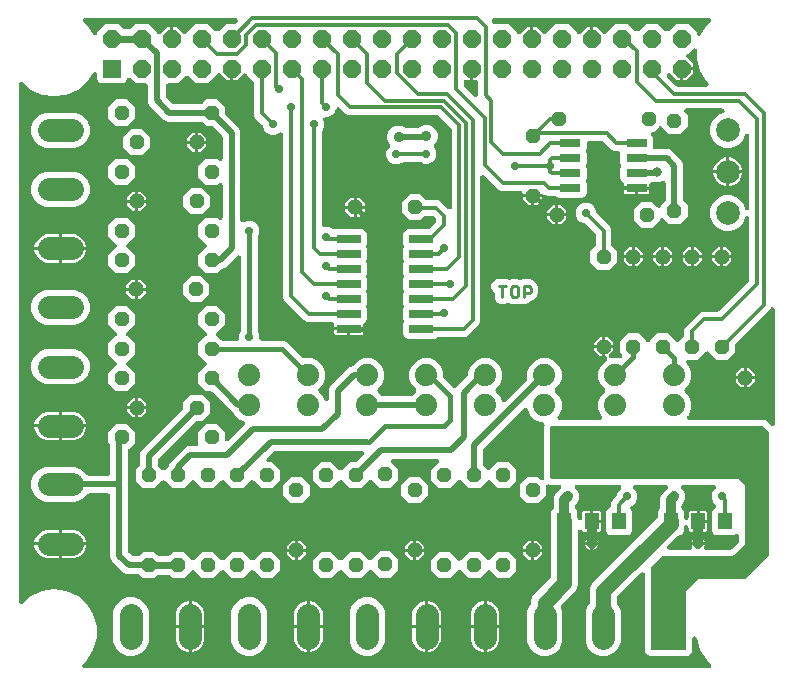
<source format=gbr>
G04 EAGLE Gerber RS-274X export*
G75*
%MOMM*%
%FSLAX34Y34*%
%LPD*%
%INTop Copper*%
%IPPOS*%
%AMOC8*
5,1,8,0,0,1.08239X$1,22.5*%
G01*
G04 Define Apertures*
%ADD10C,0.254000*%
%ADD11R,1.524000X1.524000*%
%ADD12P,1.649562X8X22.500000*%
%ADD13R,1.200000X1.400000*%
%ADD14R,3.500000X1.400000*%
%ADD15C,1.879600*%
%ADD16P,1.319650X8X202.500000*%
%ADD17P,1.319650X8X22.500000*%
%ADD18R,2.032000X0.660400*%
%ADD19P,1.319650X8X292.500000*%
%ADD20C,1.981200*%
%ADD21P,1.319650X8X112.500000*%
%ADD22R,1.750000X0.650000*%
%ADD23C,2.000000*%
%ADD24C,0.812800*%
%ADD25C,0.710000*%
%ADD26C,0.406400*%
%ADD27C,0.300000*%
%ADD28C,0.304800*%
%ADD29C,0.910000*%
%ADD30C,0.508000*%
%ADD31C,0.609600*%
%ADD32C,1.270000*%
%ADD33C,0.810000*%
G36*
X440570Y547320D02*
X443285Y547320D01*
X448666Y541939D01*
X449329Y541499D01*
X450112Y541353D01*
X450889Y541524D01*
X451539Y541985D01*
X451957Y542662D01*
X451988Y542835D01*
X459473Y550320D01*
X469927Y550320D01*
X477429Y542819D01*
X477478Y542573D01*
X477929Y541917D01*
X478599Y541488D01*
X479384Y541354D01*
X480158Y541537D01*
X480734Y541939D01*
X486115Y547320D01*
X488830Y547320D01*
X488830Y536430D01*
X491370Y536430D01*
X491370Y547320D01*
X494085Y547320D01*
X499466Y541939D01*
X500129Y541499D01*
X500912Y541353D01*
X501689Y541524D01*
X502339Y541985D01*
X502757Y542662D01*
X502788Y542835D01*
X510273Y550320D01*
X520727Y550320D01*
X526786Y544262D01*
X527449Y543822D01*
X528232Y543676D01*
X529009Y543847D01*
X529614Y544262D01*
X535673Y550320D01*
X546127Y550320D01*
X552186Y544262D01*
X552849Y543822D01*
X553632Y543676D01*
X554409Y543847D01*
X555014Y544262D01*
X561073Y550320D01*
X571527Y550320D01*
X578920Y542927D01*
X578920Y542257D01*
X579078Y541477D01*
X579529Y540821D01*
X580199Y540392D01*
X580984Y540258D01*
X581758Y540442D01*
X582603Y541176D01*
X587513Y548817D01*
X590596Y551489D01*
X591082Y552119D01*
X591283Y552889D01*
X591168Y553677D01*
X590755Y554357D01*
X590109Y554823D01*
X589286Y555000D01*
X407021Y555000D01*
X406241Y554842D01*
X405584Y554392D01*
X405155Y553721D01*
X405022Y552936D01*
X405205Y552162D01*
X405607Y551586D01*
X405790Y551402D01*
X405806Y551364D01*
X406251Y550704D01*
X406918Y550270D01*
X407702Y550130D01*
X408478Y550307D01*
X408496Y550320D01*
X419127Y550320D01*
X426629Y542819D01*
X426678Y542573D01*
X427129Y541917D01*
X427799Y541488D01*
X428584Y541354D01*
X429358Y541537D01*
X429934Y541939D01*
X435315Y547320D01*
X438030Y547320D01*
X438030Y536430D01*
X440570Y536430D01*
X440570Y547320D01*
G37*
G36*
X135770Y547320D02*
X138485Y547320D01*
X143866Y541939D01*
X144529Y541499D01*
X145312Y541353D01*
X146089Y541524D01*
X146739Y541985D01*
X147157Y542662D01*
X147188Y542835D01*
X154673Y550320D01*
X165127Y550320D01*
X171186Y544262D01*
X171849Y543822D01*
X172632Y543676D01*
X173409Y543847D01*
X174014Y544262D01*
X180073Y550320D01*
X187899Y550320D01*
X188679Y550478D01*
X189313Y550906D01*
X189993Y551586D01*
X190433Y552249D01*
X190579Y553032D01*
X190408Y553809D01*
X189948Y554459D01*
X189270Y554877D01*
X188579Y555000D01*
X60714Y555000D01*
X59934Y554842D01*
X59277Y554392D01*
X58848Y553721D01*
X58715Y552936D01*
X58898Y552162D01*
X59404Y551489D01*
X62487Y548817D01*
X67398Y541176D01*
X67952Y540606D01*
X68686Y540297D01*
X69482Y540298D01*
X70214Y540610D01*
X70767Y541183D01*
X71080Y542257D01*
X71080Y542927D01*
X78473Y550320D01*
X88927Y550320D01*
X92914Y546334D01*
X93577Y545894D01*
X94328Y545748D01*
X98472Y545748D01*
X99252Y545906D01*
X99886Y546334D01*
X103873Y550320D01*
X114327Y550320D01*
X121829Y542819D01*
X121878Y542573D01*
X122329Y541917D01*
X122999Y541488D01*
X123784Y541354D01*
X124558Y541537D01*
X125134Y541939D01*
X130515Y547320D01*
X133230Y547320D01*
X133230Y536430D01*
X135770Y536430D01*
X135770Y547320D01*
G37*
G36*
X587758Y497158D02*
X588415Y497609D01*
X588844Y498279D01*
X588977Y499064D01*
X588794Y499838D01*
X588288Y500512D01*
X587513Y501183D01*
X581917Y509891D01*
X579839Y516967D01*
X579607Y517405D01*
X579623Y517504D01*
X579544Y517972D01*
X579000Y519824D01*
X579000Y527724D01*
X578842Y528504D01*
X578392Y529161D01*
X577721Y529590D01*
X576936Y529723D01*
X576162Y529540D01*
X575586Y529138D01*
X571419Y524972D01*
X571173Y524922D01*
X570517Y524472D01*
X570088Y523801D01*
X569954Y523016D01*
X570137Y522242D01*
X570539Y521666D01*
X575920Y516285D01*
X575920Y513570D01*
X565030Y513570D01*
X565030Y502680D01*
X562315Y502680D01*
X556934Y508061D01*
X556271Y508501D01*
X555488Y508647D01*
X554711Y508476D01*
X554061Y508015D01*
X553643Y507338D01*
X553520Y506647D01*
X553520Y506501D01*
X553678Y505721D01*
X554106Y505087D01*
X561607Y497586D01*
X562270Y497146D01*
X563021Y497000D01*
X586978Y497000D01*
X587758Y497158D01*
G37*
%LPC*%
G36*
X567570Y502680D02*
X567570Y511030D01*
X575920Y511030D01*
X575920Y508315D01*
X570285Y502680D01*
X567570Y502680D01*
G37*
%LPD*%
G36*
X392589Y488412D02*
X393239Y488872D01*
X393657Y489550D01*
X393780Y490241D01*
X393780Y500680D01*
X393622Y501460D01*
X393172Y502117D01*
X392501Y502546D01*
X391780Y502680D01*
X389770Y502680D01*
X389770Y513570D01*
X387230Y513570D01*
X387230Y502680D01*
X384312Y502680D01*
X384251Y502721D01*
X383468Y502867D01*
X382691Y502696D01*
X382041Y502235D01*
X381623Y501558D01*
X381500Y500867D01*
X381500Y498521D01*
X381658Y497741D01*
X382086Y497107D01*
X390366Y488827D01*
X391029Y488387D01*
X391812Y488241D01*
X392589Y488412D01*
G37*
G36*
X497890Y215158D02*
X498546Y215609D01*
X498975Y216279D01*
X499109Y217064D01*
X498926Y217838D01*
X498524Y218414D01*
X497794Y219144D01*
X495602Y224436D01*
X495602Y230164D01*
X497794Y235456D01*
X500924Y238586D01*
X501364Y239249D01*
X501509Y240032D01*
X501339Y240809D01*
X500924Y241414D01*
X497794Y244544D01*
X495602Y249836D01*
X495602Y255564D01*
X497794Y260856D01*
X501844Y264906D01*
X501965Y264956D01*
X502625Y265401D01*
X503060Y266068D01*
X503199Y266852D01*
X503022Y267628D01*
X502557Y268273D01*
X501876Y268686D01*
X501270Y268792D01*
X501270Y275630D01*
X508096Y275630D01*
X508096Y273547D01*
X504876Y270327D01*
X504437Y269663D01*
X504291Y268881D01*
X504461Y268103D01*
X504922Y267454D01*
X505599Y267036D01*
X506386Y266915D01*
X507056Y267065D01*
X507136Y267098D01*
X512989Y267098D01*
X513534Y266992D01*
X514313Y267156D01*
X514933Y267577D01*
X515367Y268012D01*
X515807Y268676D01*
X515953Y269458D01*
X515782Y270236D01*
X515367Y270841D01*
X513904Y272304D01*
X513904Y281496D01*
X520404Y287996D01*
X529596Y287996D01*
X536086Y281506D01*
X536749Y281067D01*
X537532Y280921D01*
X538309Y281092D01*
X538914Y281506D01*
X545404Y287996D01*
X554596Y287996D01*
X561086Y281506D01*
X561749Y281067D01*
X562532Y280921D01*
X563309Y281092D01*
X563914Y281506D01*
X567914Y285506D01*
X568354Y286170D01*
X568500Y286921D01*
X568500Y291293D01*
X569490Y293682D01*
X581318Y305510D01*
X583707Y306500D01*
X596479Y306500D01*
X597259Y306658D01*
X597893Y307086D01*
X622914Y332107D01*
X623354Y332770D01*
X623500Y333521D01*
X623500Y385411D01*
X623342Y386191D01*
X622892Y386848D01*
X622221Y387277D01*
X621436Y387410D01*
X620662Y387227D01*
X620020Y386756D01*
X619652Y386177D01*
X617716Y381503D01*
X613497Y377284D01*
X607984Y375000D01*
X602016Y375000D01*
X596503Y377284D01*
X592284Y381503D01*
X590000Y387016D01*
X590000Y392984D01*
X592284Y398497D01*
X596503Y402716D01*
X602016Y405000D01*
X607984Y405000D01*
X613497Y402716D01*
X617716Y398497D01*
X619652Y393823D01*
X620097Y393163D01*
X620764Y392729D01*
X621548Y392589D01*
X622324Y392766D01*
X622969Y393232D01*
X623382Y393912D01*
X623500Y394589D01*
X623500Y455411D01*
X623342Y456191D01*
X622892Y456848D01*
X622221Y457277D01*
X621436Y457410D01*
X620662Y457227D01*
X620020Y456756D01*
X619652Y456177D01*
X617716Y451503D01*
X613497Y447284D01*
X607984Y445000D01*
X602016Y445000D01*
X596503Y447284D01*
X592284Y451503D01*
X590000Y457016D01*
X590000Y462984D01*
X592284Y468497D01*
X596503Y472716D01*
X601177Y474652D01*
X601837Y475097D01*
X602271Y475764D01*
X602411Y476548D01*
X602234Y477324D01*
X601768Y477969D01*
X601088Y478382D01*
X600411Y478500D01*
X570121Y478500D01*
X569340Y478342D01*
X568684Y477892D01*
X568255Y477221D01*
X568122Y476436D01*
X568305Y475662D01*
X568706Y475086D01*
X571096Y472696D01*
X571096Y463504D01*
X564596Y457004D01*
X555404Y457004D01*
X549514Y462894D01*
X548851Y463333D01*
X548068Y463479D01*
X547291Y463308D01*
X546686Y462894D01*
X542696Y458904D01*
X542046Y458904D01*
X541265Y458746D01*
X540609Y458296D01*
X540180Y457625D01*
X540047Y456840D01*
X540230Y456066D01*
X540631Y455490D01*
X540989Y455132D01*
X541750Y453295D01*
X541750Y445890D01*
X541908Y445110D01*
X542359Y444453D01*
X543029Y444024D01*
X543750Y443890D01*
X555150Y443890D01*
X557921Y442742D01*
X566392Y434271D01*
X567540Y431500D01*
X567540Y400881D01*
X567698Y400100D01*
X568126Y399466D01*
X571096Y396496D01*
X571096Y387304D01*
X564596Y380804D01*
X555404Y380804D01*
X551028Y385179D01*
X550365Y385619D01*
X549582Y385765D01*
X548805Y385594D01*
X548156Y385134D01*
X547737Y384456D01*
X547627Y383835D01*
X541114Y377322D01*
X531922Y377322D01*
X525422Y383822D01*
X525422Y393014D01*
X531922Y399514D01*
X541114Y399514D01*
X545490Y395139D01*
X546153Y394699D01*
X546936Y394553D01*
X547713Y394724D01*
X548363Y395185D01*
X548781Y395862D01*
X548892Y396484D01*
X551874Y399466D01*
X552314Y400130D01*
X552460Y400881D01*
X552460Y415301D01*
X552302Y416081D01*
X551852Y416738D01*
X551181Y417167D01*
X550396Y417300D01*
X549695Y417149D01*
X546800Y415950D01*
X543200Y415950D01*
X543181Y415958D01*
X542416Y416110D01*
X540750Y416110D01*
X539970Y415952D01*
X539313Y415502D01*
X538884Y414831D01*
X538750Y414110D01*
X538750Y412220D01*
X517250Y412220D01*
X517250Y414501D01*
X517092Y415281D01*
X516664Y415915D01*
X515011Y417568D01*
X514250Y419405D01*
X514250Y427895D01*
X514805Y429235D01*
X514957Y430016D01*
X514805Y430765D01*
X514250Y432105D01*
X514250Y440550D01*
X514092Y441330D01*
X513642Y441987D01*
X512971Y442416D01*
X512250Y442550D01*
X509657Y442550D01*
X507268Y443540D01*
X500393Y450414D01*
X499730Y450854D01*
X498979Y451000D01*
X487750Y451000D01*
X486970Y450842D01*
X486313Y450392D01*
X485884Y449721D01*
X485750Y449000D01*
X485750Y444805D01*
X485195Y443465D01*
X485043Y442684D01*
X485195Y441935D01*
X485750Y440595D01*
X485750Y432105D01*
X485195Y430765D01*
X485043Y429984D01*
X485195Y429235D01*
X485750Y427895D01*
X485750Y419405D01*
X485195Y418065D01*
X485043Y417284D01*
X485195Y416535D01*
X485750Y415195D01*
X485750Y406705D01*
X484989Y404868D01*
X483582Y403461D01*
X481745Y402700D01*
X462255Y402700D01*
X460418Y403461D01*
X460015Y403864D01*
X459351Y404304D01*
X458601Y404450D01*
X452757Y404450D01*
X450861Y405235D01*
X450080Y405387D01*
X449301Y405223D01*
X448731Y404825D01*
X448731Y405870D01*
X431904Y405870D01*
X431904Y406500D01*
X431746Y407280D01*
X431296Y407937D01*
X430625Y408366D01*
X429904Y408500D01*
X413707Y408500D01*
X411318Y409490D01*
X399034Y421773D01*
X398371Y422213D01*
X397588Y422359D01*
X396811Y422188D01*
X396161Y421728D01*
X395743Y421050D01*
X395620Y420359D01*
X395620Y297798D01*
X394627Y295401D01*
X385596Y286369D01*
X383198Y285376D01*
X360572Y285376D01*
X359791Y285218D01*
X359157Y284790D01*
X358726Y284359D01*
X356889Y283598D01*
X334579Y283598D01*
X332742Y284359D01*
X331335Y285766D01*
X330574Y287603D01*
X330574Y296197D01*
X331108Y297485D01*
X331260Y298266D01*
X331108Y299015D01*
X330574Y300303D01*
X330574Y308897D01*
X331108Y310185D01*
X331260Y310966D01*
X331108Y311715D01*
X330574Y313003D01*
X330574Y321597D01*
X331108Y322885D01*
X331260Y323666D01*
X331108Y324415D01*
X330574Y325703D01*
X330574Y334297D01*
X331108Y335585D01*
X331260Y336366D01*
X331108Y337115D01*
X330574Y338403D01*
X330574Y346997D01*
X331108Y348285D01*
X331260Y349066D01*
X331108Y349815D01*
X330574Y351103D01*
X330574Y359697D01*
X331108Y360985D01*
X331260Y361766D01*
X331108Y362515D01*
X330574Y363803D01*
X330574Y372397D01*
X331335Y374234D01*
X332742Y375641D01*
X334579Y376402D01*
X351347Y376402D01*
X352127Y376560D01*
X352761Y376988D01*
X357890Y382117D01*
X358330Y382780D01*
X358476Y383531D01*
X358476Y383969D01*
X358318Y384749D01*
X357890Y385383D01*
X356217Y387057D01*
X355553Y387496D01*
X354803Y387643D01*
X349563Y387643D01*
X348783Y387484D01*
X348149Y387057D01*
X344996Y383904D01*
X335804Y383904D01*
X329304Y390404D01*
X329304Y399596D01*
X335804Y406096D01*
X344996Y406096D01*
X349816Y401276D01*
X350479Y400837D01*
X351230Y400691D01*
X359631Y400691D01*
X362029Y399698D01*
X368062Y393665D01*
X368725Y393225D01*
X369508Y393079D01*
X370285Y393250D01*
X370935Y393710D01*
X371353Y394388D01*
X371476Y395079D01*
X371476Y460641D01*
X371318Y461421D01*
X370890Y462055D01*
X360495Y472450D01*
X359831Y472890D01*
X359081Y473036D01*
X284142Y473036D01*
X281745Y474029D01*
X276816Y478958D01*
X276152Y479397D01*
X275370Y479543D01*
X274592Y479372D01*
X273943Y478912D01*
X273554Y478309D01*
X272248Y475157D01*
X269843Y472752D01*
X266701Y471450D01*
X264576Y471450D01*
X263796Y471292D01*
X263139Y470842D01*
X262710Y470171D01*
X262577Y469386D01*
X262728Y468685D01*
X263550Y466701D01*
X263550Y463299D01*
X262248Y460157D01*
X262110Y460018D01*
X261670Y459355D01*
X261524Y458604D01*
X261524Y380550D01*
X261682Y379770D01*
X262133Y379113D01*
X262803Y378684D01*
X263524Y378550D01*
X266701Y378550D01*
X269843Y377248D01*
X270454Y376638D01*
X271118Y376198D01*
X271900Y376052D01*
X272634Y376204D01*
X273111Y376402D01*
X295421Y376402D01*
X297258Y375641D01*
X298665Y374234D01*
X299426Y372397D01*
X299426Y363803D01*
X298892Y362515D01*
X298740Y361734D01*
X298892Y360985D01*
X299426Y359697D01*
X299426Y351103D01*
X298892Y349815D01*
X298740Y349034D01*
X298892Y348285D01*
X299426Y346997D01*
X299426Y338403D01*
X298892Y337115D01*
X298740Y336334D01*
X298892Y335585D01*
X299426Y334297D01*
X299426Y325703D01*
X298892Y324415D01*
X298740Y323634D01*
X298892Y322885D01*
X299426Y321597D01*
X299426Y313003D01*
X298892Y311715D01*
X298740Y310934D01*
X298892Y310185D01*
X299426Y308897D01*
X299426Y300303D01*
X298665Y298466D01*
X297012Y296813D01*
X296572Y296149D01*
X296426Y295399D01*
X296426Y293170D01*
X272106Y293170D01*
X272106Y295399D01*
X271948Y296179D01*
X271520Y296813D01*
X270843Y297490D01*
X270179Y297930D01*
X269429Y298076D01*
X249102Y298076D01*
X246705Y299069D01*
X229469Y316305D01*
X228476Y318702D01*
X228476Y456556D01*
X228318Y457336D01*
X227868Y457993D01*
X227197Y458422D01*
X226412Y458555D01*
X225638Y458372D01*
X225062Y457970D01*
X224843Y457752D01*
X221701Y456450D01*
X218299Y456450D01*
X215157Y457752D01*
X212752Y460157D01*
X211450Y463299D01*
X211450Y463495D01*
X211292Y464275D01*
X210864Y464909D01*
X205169Y470605D01*
X204176Y473002D01*
X204176Y500148D01*
X204018Y500928D01*
X203590Y501562D01*
X197972Y507181D01*
X197922Y507427D01*
X197472Y508083D01*
X196801Y508512D01*
X196016Y508646D01*
X195242Y508463D01*
X194666Y508061D01*
X189285Y502680D01*
X186570Y502680D01*
X186570Y513570D01*
X184030Y513570D01*
X184030Y502680D01*
X181315Y502680D01*
X175934Y508061D01*
X175271Y508501D01*
X174488Y508647D01*
X173711Y508476D01*
X173061Y508015D01*
X172643Y507338D01*
X172612Y507165D01*
X165127Y499680D01*
X154673Y499680D01*
X148614Y505738D01*
X147951Y506178D01*
X147168Y506324D01*
X146391Y506153D01*
X145786Y505738D01*
X139727Y499680D01*
X131300Y499680D01*
X130520Y499522D01*
X129863Y499072D01*
X129434Y498401D01*
X129300Y497680D01*
X129300Y489692D01*
X129458Y488912D01*
X129886Y488277D01*
X135037Y483126D01*
X135701Y482686D01*
X136452Y482540D01*
X159119Y482540D01*
X159900Y482698D01*
X160534Y483126D01*
X163504Y486096D01*
X172696Y486096D01*
X179196Y479596D01*
X179196Y475396D01*
X179354Y474616D01*
X179782Y473981D01*
X191392Y462371D01*
X192540Y459600D01*
X192540Y384158D01*
X192698Y383378D01*
X193149Y382721D01*
X193819Y382292D01*
X194604Y382159D01*
X195305Y382310D01*
X198299Y383550D01*
X201701Y383550D01*
X204843Y382248D01*
X207248Y379843D01*
X208550Y376701D01*
X208550Y373299D01*
X207184Y370002D01*
X207032Y369237D01*
X207032Y290763D01*
X207184Y289998D01*
X208550Y286701D01*
X208550Y284032D01*
X208708Y283252D01*
X209159Y282595D01*
X209829Y282166D01*
X210550Y282032D01*
X229099Y282032D01*
X231683Y280961D01*
X245067Y267577D01*
X245731Y267138D01*
X246513Y266992D01*
X247025Y267098D01*
X252864Y267098D01*
X258156Y264906D01*
X262206Y260856D01*
X264398Y255564D01*
X264398Y249836D01*
X262206Y244544D01*
X259076Y241414D01*
X258636Y240751D01*
X258491Y239968D01*
X258661Y239191D01*
X259076Y238586D01*
X262206Y235456D01*
X263612Y232061D01*
X264057Y231401D01*
X264724Y230967D01*
X265508Y230827D01*
X266284Y231004D01*
X266929Y231470D01*
X267342Y232150D01*
X267460Y232826D01*
X267460Y240500D01*
X268608Y243271D01*
X282422Y257085D01*
X282560Y257286D01*
X283721Y258386D01*
X283760Y258424D01*
X284805Y259468D01*
X286184Y259996D01*
X286235Y260016D01*
X287095Y260372D01*
X287744Y260806D01*
X291844Y264906D01*
X297136Y267098D01*
X302864Y267098D01*
X308156Y264906D01*
X312206Y260856D01*
X314398Y255564D01*
X314398Y249836D01*
X312206Y244544D01*
X309076Y241414D01*
X308636Y240751D01*
X308491Y239968D01*
X308661Y239191D01*
X309076Y238586D01*
X312236Y235426D01*
X312900Y234986D01*
X313650Y234840D01*
X336350Y234840D01*
X337130Y234998D01*
X337764Y235426D01*
X340924Y238586D01*
X341364Y239249D01*
X341509Y240032D01*
X341339Y240809D01*
X340924Y241414D01*
X337794Y244544D01*
X335602Y249836D01*
X335602Y255564D01*
X337794Y260856D01*
X341844Y264906D01*
X347136Y267098D01*
X352864Y267098D01*
X358156Y264906D01*
X362206Y260856D01*
X364398Y255564D01*
X364398Y251375D01*
X364556Y250595D01*
X364984Y249961D01*
X372574Y242370D01*
X373238Y241931D01*
X374021Y241785D01*
X374798Y241956D01*
X375403Y242370D01*
X385016Y251984D01*
X385456Y252647D01*
X385602Y253398D01*
X385602Y255564D01*
X387794Y260856D01*
X391844Y264906D01*
X397136Y267098D01*
X402864Y267098D01*
X408156Y264906D01*
X412206Y260856D01*
X414398Y255564D01*
X414398Y249836D01*
X412206Y244544D01*
X409076Y241414D01*
X408636Y240751D01*
X408491Y239968D01*
X408661Y239191D01*
X409076Y238586D01*
X412206Y235456D01*
X413956Y231230D01*
X414401Y230570D01*
X415068Y230136D01*
X415852Y229996D01*
X416628Y230173D01*
X417218Y230581D01*
X435016Y248379D01*
X435456Y249043D01*
X435602Y249794D01*
X435602Y255564D01*
X437794Y260856D01*
X441844Y264906D01*
X447136Y267098D01*
X452864Y267098D01*
X458156Y264906D01*
X462206Y260856D01*
X464398Y255564D01*
X464398Y249836D01*
X462206Y244544D01*
X459076Y241414D01*
X458636Y240751D01*
X458491Y239968D01*
X458661Y239191D01*
X459076Y238586D01*
X462206Y235456D01*
X464398Y230164D01*
X464398Y224436D01*
X462206Y219144D01*
X461476Y218414D01*
X461036Y217751D01*
X460891Y216968D01*
X461061Y216191D01*
X461522Y215541D01*
X462199Y215123D01*
X462890Y215000D01*
X497110Y215000D01*
X497890Y215158D01*
G37*
%LPC*%
G36*
X322932Y431083D02*
X319790Y432385D01*
X317385Y434790D01*
X316083Y437932D01*
X316083Y441334D01*
X317385Y444476D01*
X318787Y445879D01*
X319227Y446542D01*
X319373Y447325D01*
X319202Y448102D01*
X318787Y448707D01*
X318404Y449090D01*
X316950Y452600D01*
X316950Y456400D01*
X318404Y459910D01*
X321090Y462596D01*
X324600Y464050D01*
X328400Y464050D01*
X331950Y462579D01*
X332544Y462186D01*
X333294Y462040D01*
X342706Y462040D01*
X343486Y462198D01*
X344120Y462626D01*
X344590Y463096D01*
X348100Y464550D01*
X351900Y464550D01*
X355410Y463096D01*
X358096Y460410D01*
X359550Y456900D01*
X359550Y453100D01*
X358096Y449590D01*
X356713Y448207D01*
X356273Y447544D01*
X356127Y446761D01*
X356298Y445984D01*
X356713Y445379D01*
X357248Y444843D01*
X358550Y441701D01*
X358550Y438299D01*
X357248Y435157D01*
X354843Y432752D01*
X351701Y431450D01*
X348299Y431450D01*
X345157Y432752D01*
X344994Y432914D01*
X344331Y433354D01*
X343580Y433500D01*
X331420Y433500D01*
X330640Y433342D01*
X330006Y432914D01*
X329476Y432385D01*
X326334Y431083D01*
X322932Y431083D01*
G37*
G36*
X593000Y426270D02*
X593000Y427387D01*
X594827Y431797D01*
X598203Y435173D01*
X602613Y437000D01*
X603730Y437000D01*
X603730Y426270D01*
X593000Y426270D01*
G37*
G36*
X606270Y426270D02*
X606270Y437000D01*
X607387Y437000D01*
X611797Y435173D01*
X615173Y431797D01*
X617000Y427387D01*
X617000Y426270D01*
X606270Y426270D01*
G37*
G36*
X606270Y413000D02*
X606270Y423730D01*
X617000Y423730D01*
X617000Y422613D01*
X615173Y418203D01*
X611797Y414827D01*
X607387Y413000D01*
X606270Y413000D01*
G37*
G36*
X602613Y413000D02*
X598203Y414827D01*
X594827Y418203D01*
X593000Y422613D01*
X593000Y423730D01*
X603730Y423730D01*
X603730Y413000D01*
X602613Y413000D01*
G37*
G36*
X529270Y405700D02*
X529270Y409680D01*
X538750Y409680D01*
X538750Y406872D01*
X537578Y405700D01*
X529270Y405700D01*
G37*
G36*
X518422Y405700D02*
X517250Y406872D01*
X517250Y409680D01*
X526730Y409680D01*
X526730Y405700D01*
X518422Y405700D01*
G37*
G36*
X436647Y396504D02*
X431904Y401247D01*
X431904Y403330D01*
X438730Y403330D01*
X438730Y396504D01*
X436647Y396504D01*
G37*
G36*
X441270Y396504D02*
X441270Y403330D01*
X448096Y403330D01*
X448096Y401247D01*
X443353Y396504D01*
X441270Y396504D01*
G37*
G36*
X281504Y396270D02*
X281504Y398353D01*
X286247Y403096D01*
X288330Y403096D01*
X288330Y396270D01*
X281504Y396270D01*
G37*
G36*
X290870Y396270D02*
X290870Y403096D01*
X292953Y403096D01*
X297696Y398353D01*
X297696Y396270D01*
X290870Y396270D01*
G37*
G36*
X495404Y342004D02*
X488904Y348504D01*
X488904Y357696D01*
X492890Y361682D01*
X493330Y362346D01*
X493476Y363097D01*
X493476Y371469D01*
X493318Y372249D01*
X492890Y372883D01*
X484909Y380864D01*
X484246Y381304D01*
X483495Y381450D01*
X483299Y381450D01*
X480157Y382752D01*
X477752Y385157D01*
X476450Y388299D01*
X476450Y391701D01*
X477752Y394843D01*
X480157Y397248D01*
X483299Y398550D01*
X486701Y398550D01*
X489843Y397248D01*
X492248Y394843D01*
X493550Y391701D01*
X493550Y391505D01*
X493708Y390725D01*
X494136Y390091D01*
X505531Y378696D01*
X506524Y376298D01*
X506524Y363097D01*
X506682Y362316D01*
X507110Y361682D01*
X511096Y357696D01*
X511096Y348504D01*
X504596Y342004D01*
X495404Y342004D01*
G37*
G36*
X452222Y389688D02*
X452222Y391772D01*
X456965Y396514D01*
X459048Y396514D01*
X459048Y389688D01*
X452222Y389688D01*
G37*
G36*
X461588Y389688D02*
X461588Y396514D01*
X463672Y396514D01*
X468414Y391772D01*
X468414Y389688D01*
X461588Y389688D01*
G37*
G36*
X290870Y386904D02*
X290870Y393730D01*
X297696Y393730D01*
X297696Y391647D01*
X292953Y386904D01*
X290870Y386904D01*
G37*
G36*
X286247Y386904D02*
X281504Y391647D01*
X281504Y393730D01*
X288330Y393730D01*
X288330Y386904D01*
X286247Y386904D01*
G37*
G36*
X456965Y380322D02*
X452222Y385065D01*
X452222Y387148D01*
X459048Y387148D01*
X459048Y380322D01*
X456965Y380322D01*
G37*
G36*
X461588Y380322D02*
X461588Y387148D01*
X468414Y387148D01*
X468414Y385065D01*
X463672Y380322D01*
X461588Y380322D01*
G37*
G36*
X566904Y354370D02*
X566904Y356453D01*
X571647Y361196D01*
X573730Y361196D01*
X573730Y354370D01*
X566904Y354370D01*
G37*
G36*
X526270Y354370D02*
X526270Y361196D01*
X528353Y361196D01*
X533096Y356453D01*
X533096Y354370D01*
X526270Y354370D01*
G37*
G36*
X601270Y354370D02*
X601270Y361196D01*
X603353Y361196D01*
X608096Y356453D01*
X608096Y354370D01*
X601270Y354370D01*
G37*
G36*
X576270Y354370D02*
X576270Y361196D01*
X578353Y361196D01*
X583096Y356453D01*
X583096Y354370D01*
X576270Y354370D01*
G37*
G36*
X551270Y354370D02*
X551270Y361196D01*
X553353Y361196D01*
X558096Y356453D01*
X558096Y354370D01*
X551270Y354370D01*
G37*
G36*
X516904Y354370D02*
X516904Y356453D01*
X521647Y361196D01*
X523730Y361196D01*
X523730Y354370D01*
X516904Y354370D01*
G37*
G36*
X591904Y354370D02*
X591904Y356453D01*
X596647Y361196D01*
X598730Y361196D01*
X598730Y354370D01*
X591904Y354370D01*
G37*
G36*
X541904Y354370D02*
X541904Y356453D01*
X546647Y361196D01*
X548730Y361196D01*
X548730Y354370D01*
X541904Y354370D01*
G37*
G36*
X551270Y345004D02*
X551270Y351830D01*
X558096Y351830D01*
X558096Y349747D01*
X553353Y345004D01*
X551270Y345004D01*
G37*
G36*
X526270Y345004D02*
X526270Y351830D01*
X533096Y351830D01*
X533096Y349747D01*
X528353Y345004D01*
X526270Y345004D01*
G37*
G36*
X546647Y345004D02*
X541904Y349747D01*
X541904Y351830D01*
X548730Y351830D01*
X548730Y345004D01*
X546647Y345004D01*
G37*
G36*
X571647Y345004D02*
X566904Y349747D01*
X566904Y351830D01*
X573730Y351830D01*
X573730Y345004D01*
X571647Y345004D01*
G37*
G36*
X576270Y345004D02*
X576270Y351830D01*
X583096Y351830D01*
X583096Y349747D01*
X578353Y345004D01*
X576270Y345004D01*
G37*
G36*
X596647Y345004D02*
X591904Y349747D01*
X591904Y351830D01*
X598730Y351830D01*
X598730Y345004D01*
X596647Y345004D01*
G37*
G36*
X601270Y345004D02*
X601270Y351830D01*
X608096Y351830D01*
X608096Y349747D01*
X603353Y345004D01*
X601270Y345004D01*
G37*
G36*
X521647Y345004D02*
X516904Y349747D01*
X516904Y351830D01*
X523730Y351830D01*
X523730Y345004D01*
X521647Y345004D01*
G37*
G36*
X426356Y312635D02*
X422143Y312635D01*
X419635Y313674D01*
X418854Y313826D01*
X418104Y313674D01*
X415596Y312635D01*
X413102Y312635D01*
X410797Y313590D01*
X409034Y315353D01*
X408079Y317658D01*
X408079Y321411D01*
X407921Y322191D01*
X407493Y322825D01*
X406068Y324251D01*
X405113Y326555D01*
X405113Y329050D01*
X406068Y331354D01*
X407831Y333118D01*
X410136Y334073D01*
X418562Y334073D01*
X419587Y333648D01*
X420369Y333496D01*
X421118Y333648D01*
X421791Y333927D01*
X421791Y333927D01*
X422143Y334073D01*
X423391Y334073D01*
X425035Y334073D01*
X425036Y334073D01*
X427604Y334073D01*
X428629Y333648D01*
X429410Y333496D01*
X430160Y333648D01*
X431185Y334073D01*
X438128Y334073D01*
X440433Y333118D01*
X443680Y329871D01*
X444634Y327567D01*
X444634Y322107D01*
X443680Y319802D01*
X440433Y316555D01*
X438269Y315659D01*
X437620Y315226D01*
X435984Y313590D01*
X433680Y312635D01*
X431185Y312635D01*
X430160Y313060D01*
X429378Y313212D01*
X428629Y313060D01*
X427604Y312635D01*
X426356Y312635D01*
G37*
G36*
X273278Y286598D02*
X272106Y287770D01*
X272106Y290630D01*
X282996Y290630D01*
X282996Y286598D01*
X273278Y286598D01*
G37*
G36*
X285536Y286598D02*
X285536Y290630D01*
X296426Y290630D01*
X296426Y287770D01*
X295254Y286598D01*
X285536Y286598D01*
G37*
G36*
X501270Y278170D02*
X501270Y284996D01*
X503353Y284996D01*
X508096Y280253D01*
X508096Y278170D01*
X501270Y278170D01*
G37*
G36*
X491904Y278170D02*
X491904Y280253D01*
X496647Y284996D01*
X498730Y284996D01*
X498730Y278170D01*
X491904Y278170D01*
G37*
G36*
X496647Y268804D02*
X491904Y273547D01*
X491904Y275630D01*
X498730Y275630D01*
X498730Y268804D01*
X496647Y268804D01*
G37*
%LPD*%
G36*
X590066Y5158D02*
X590723Y5609D01*
X591152Y6279D01*
X591285Y7064D01*
X591102Y7838D01*
X590596Y8512D01*
X587513Y11183D01*
X581917Y19891D01*
X578919Y30100D01*
X578547Y30804D01*
X577930Y31307D01*
X577166Y31530D01*
X576376Y31437D01*
X575684Y31043D01*
X575201Y30410D01*
X575000Y29536D01*
X575000Y20037D01*
X574986Y19647D01*
X574916Y19101D01*
X574792Y18582D01*
X574613Y18078D01*
X574382Y17597D01*
X574100Y17143D01*
X573772Y16722D01*
X573401Y16338D01*
X572990Y15996D01*
X572546Y15700D01*
X572073Y15453D01*
X571576Y15258D01*
X571061Y15117D01*
X570533Y15031D01*
X569946Y15000D01*
X540037Y15000D01*
X539647Y15014D01*
X539101Y15084D01*
X538582Y15208D01*
X538078Y15387D01*
X537597Y15618D01*
X537143Y15900D01*
X536722Y16228D01*
X536338Y16599D01*
X535996Y17010D01*
X535700Y17454D01*
X535453Y17928D01*
X535258Y18424D01*
X535117Y18939D01*
X535031Y19467D01*
X535000Y20054D01*
X535000Y84120D01*
X534842Y84900D01*
X534392Y85557D01*
X533721Y85986D01*
X532936Y86119D01*
X532162Y85936D01*
X531586Y85534D01*
X511790Y65738D01*
X511350Y65075D01*
X511204Y64324D01*
X511204Y60465D01*
X511362Y59685D01*
X511790Y59050D01*
X512491Y58350D01*
X514760Y52871D01*
X514760Y27129D01*
X512491Y21650D01*
X508298Y17457D01*
X502819Y15188D01*
X496889Y15188D01*
X491410Y17457D01*
X487217Y21650D01*
X484948Y27129D01*
X484948Y52871D01*
X487217Y58350D01*
X487918Y59050D01*
X488358Y59714D01*
X488504Y60465D01*
X488504Y72112D01*
X490232Y76283D01*
X545304Y131356D01*
X545744Y132019D01*
X545890Y132770D01*
X545890Y137005D01*
X546651Y138842D01*
X547240Y139431D01*
X547680Y140095D01*
X547826Y140846D01*
X547826Y148693D01*
X549206Y152024D01*
X553767Y156586D01*
X554207Y157249D01*
X554353Y158032D01*
X554182Y158809D01*
X553722Y159459D01*
X553044Y159877D01*
X552353Y160000D01*
X526920Y160000D01*
X526140Y159842D01*
X525483Y159392D01*
X525054Y158721D01*
X524921Y157936D01*
X525104Y157162D01*
X525506Y156586D01*
X527248Y154843D01*
X528550Y151701D01*
X528550Y148299D01*
X527248Y145157D01*
X524843Y142752D01*
X523788Y142314D01*
X523127Y141870D01*
X522693Y141202D01*
X522553Y140419D01*
X522730Y139643D01*
X523139Y139052D01*
X523349Y138842D01*
X524110Y137005D01*
X524110Y121015D01*
X523349Y119178D01*
X521942Y117771D01*
X520105Y117010D01*
X506115Y117010D01*
X504278Y117771D01*
X502871Y119178D01*
X502110Y121015D01*
X502110Y137005D01*
X502871Y138842D01*
X504278Y140249D01*
X505351Y140694D01*
X506011Y141138D01*
X506446Y141805D01*
X506586Y142541D01*
X506586Y144408D01*
X507579Y146806D01*
X510864Y150091D01*
X511304Y150754D01*
X511450Y151505D01*
X511450Y151701D01*
X512752Y154843D01*
X514494Y156586D01*
X514934Y157249D01*
X515080Y158032D01*
X514909Y158809D01*
X514448Y159459D01*
X513771Y159877D01*
X513080Y160000D01*
X477647Y160000D01*
X476867Y159842D01*
X476210Y159392D01*
X475781Y158721D01*
X475648Y157936D01*
X475831Y157162D01*
X476233Y156586D01*
X477684Y155134D01*
X479064Y151803D01*
X479064Y148197D01*
X477684Y144866D01*
X476540Y143721D01*
X476100Y143058D01*
X475954Y142307D01*
X475954Y140846D01*
X476112Y140065D01*
X476540Y139431D01*
X477129Y138842D01*
X477890Y137005D01*
X477890Y132510D01*
X478042Y131745D01*
X478152Y131480D01*
X478597Y130819D01*
X479264Y130385D01*
X480048Y130245D01*
X480824Y130422D01*
X481469Y130888D01*
X481882Y131569D01*
X482000Y132245D01*
X482000Y136838D01*
X483172Y138010D01*
X488730Y138010D01*
X488730Y120010D01*
X483172Y120010D01*
X481654Y121527D01*
X480991Y121967D01*
X480208Y122113D01*
X479431Y121942D01*
X478781Y121482D01*
X478363Y120804D01*
X478240Y120113D01*
X478240Y74632D01*
X476512Y70461D01*
X464202Y58150D01*
X463762Y57487D01*
X463616Y56704D01*
X463768Y55971D01*
X465052Y52871D01*
X465052Y27129D01*
X462783Y21650D01*
X458590Y17457D01*
X453111Y15188D01*
X447181Y15188D01*
X441702Y17457D01*
X437509Y21650D01*
X435240Y27129D01*
X435240Y52871D01*
X437509Y58350D01*
X438210Y59050D01*
X438650Y59714D01*
X438796Y60465D01*
X438796Y62404D01*
X440524Y66575D01*
X454954Y81006D01*
X455394Y81669D01*
X455540Y82420D01*
X455540Y131268D01*
X455738Y131745D01*
X455890Y132510D01*
X455890Y137005D01*
X456651Y138842D01*
X457240Y139431D01*
X457680Y140095D01*
X457826Y140846D01*
X457826Y148693D01*
X459206Y152024D01*
X463767Y156586D01*
X464207Y157249D01*
X464353Y158032D01*
X464182Y158809D01*
X463722Y159459D01*
X463044Y159877D01*
X462353Y160000D01*
X455037Y160000D01*
X454647Y160014D01*
X454101Y160084D01*
X453560Y160213D01*
X452765Y160240D01*
X452022Y159955D01*
X451449Y159403D01*
X451137Y158670D01*
X451096Y158268D01*
X451096Y150804D01*
X444596Y144304D01*
X435404Y144304D01*
X428904Y150804D01*
X428904Y159996D01*
X435404Y166496D01*
X444596Y166496D01*
X446586Y164506D01*
X447249Y164067D01*
X448032Y163921D01*
X448809Y164092D01*
X449459Y164552D01*
X449877Y165229D01*
X450000Y165921D01*
X450000Y209963D01*
X450014Y210353D01*
X450052Y210648D01*
X449994Y211442D01*
X449631Y212150D01*
X449021Y212661D01*
X448068Y212902D01*
X447136Y212902D01*
X441844Y215094D01*
X437794Y219144D01*
X435809Y223935D01*
X435365Y224595D01*
X434697Y225030D01*
X433914Y225169D01*
X433138Y224992D01*
X432547Y224584D01*
X398718Y190755D01*
X398278Y190091D01*
X398132Y189340D01*
X398132Y177081D01*
X398290Y176300D01*
X398718Y175666D01*
X401382Y173002D01*
X402045Y172563D01*
X402828Y172417D01*
X403605Y172588D01*
X404210Y173002D01*
X410404Y179196D01*
X419596Y179196D01*
X426096Y172696D01*
X426096Y163504D01*
X419596Y157004D01*
X410404Y157004D01*
X404210Y163198D01*
X403547Y163637D01*
X402764Y163783D01*
X401987Y163612D01*
X401382Y163198D01*
X395188Y157004D01*
X385996Y157004D01*
X379210Y163790D01*
X378547Y164229D01*
X377764Y164375D01*
X376987Y164204D01*
X376382Y163790D01*
X369596Y157004D01*
X360404Y157004D01*
X353904Y163504D01*
X353904Y172696D01*
X359847Y178639D01*
X360287Y179303D01*
X360433Y180085D01*
X360262Y180863D01*
X359801Y181512D01*
X359124Y181930D01*
X358433Y182054D01*
X322130Y182054D01*
X321350Y181895D01*
X320694Y181445D01*
X320265Y180774D01*
X320132Y179990D01*
X320315Y179215D01*
X320716Y178639D01*
X326096Y173260D01*
X326096Y164067D01*
X319596Y157567D01*
X310404Y157567D01*
X304196Y163775D01*
X303532Y164215D01*
X302750Y164361D01*
X301972Y164190D01*
X301368Y163775D01*
X294596Y157004D01*
X285404Y157004D01*
X278914Y163494D01*
X278251Y163933D01*
X277468Y164079D01*
X276691Y163908D01*
X276086Y163494D01*
X269596Y157004D01*
X260404Y157004D01*
X253904Y163504D01*
X253904Y172696D01*
X260404Y179196D01*
X269596Y179196D01*
X276086Y172706D01*
X276749Y172267D01*
X277532Y172121D01*
X278309Y172292D01*
X278914Y172706D01*
X285404Y179196D01*
X289604Y179196D01*
X290384Y179354D01*
X291019Y179782D01*
X296456Y185219D01*
X296896Y185883D01*
X297042Y186665D01*
X296871Y187443D01*
X296410Y188092D01*
X295733Y188510D01*
X295042Y188634D01*
X222025Y188634D01*
X221245Y188475D01*
X220611Y188048D01*
X215173Y182610D01*
X214734Y181947D01*
X214588Y181164D01*
X214759Y180387D01*
X215219Y179737D01*
X215896Y179319D01*
X216588Y179196D01*
X219596Y179196D01*
X226096Y172696D01*
X226096Y163504D01*
X219596Y157004D01*
X210404Y157004D01*
X203914Y163494D01*
X203251Y163933D01*
X202468Y164079D01*
X201691Y163908D01*
X201086Y163494D01*
X194596Y157004D01*
X185404Y157004D01*
X178914Y163494D01*
X178251Y163933D01*
X177468Y164079D01*
X176691Y163908D01*
X176086Y163494D01*
X169596Y157004D01*
X160404Y157004D01*
X153914Y163494D01*
X153251Y163933D01*
X152468Y164079D01*
X151691Y163908D01*
X151086Y163494D01*
X144596Y157004D01*
X135404Y157004D01*
X128914Y163494D01*
X128251Y163933D01*
X127468Y164079D01*
X126691Y163908D01*
X126086Y163494D01*
X119596Y157004D01*
X110404Y157004D01*
X103904Y163504D01*
X103904Y172696D01*
X106874Y175666D01*
X107314Y176330D01*
X107460Y177081D01*
X107460Y186100D01*
X108608Y188871D01*
X143718Y223981D01*
X144158Y224645D01*
X144304Y225396D01*
X144304Y229596D01*
X150804Y236096D01*
X159996Y236096D01*
X166496Y229596D01*
X166496Y220404D01*
X159996Y213904D01*
X155796Y213904D01*
X155016Y213746D01*
X154381Y213318D01*
X123126Y182063D01*
X122686Y181399D01*
X122540Y180648D01*
X122540Y177081D01*
X122698Y176300D01*
X123126Y175666D01*
X126086Y172706D01*
X126749Y172267D01*
X127532Y172121D01*
X128309Y172292D01*
X128914Y172706D01*
X132004Y175796D01*
X132437Y176445D01*
X133608Y179271D01*
X145729Y191392D01*
X148500Y192540D01*
X155039Y192540D01*
X155820Y192698D01*
X156476Y193149D01*
X156905Y193819D01*
X157038Y194604D01*
X157004Y194749D01*
X157004Y204596D01*
X163504Y211096D01*
X172696Y211096D01*
X179196Y204596D01*
X179196Y198550D01*
X179354Y197770D01*
X179805Y197113D01*
X180475Y196684D01*
X181260Y196551D01*
X182034Y196734D01*
X182610Y197135D01*
X195897Y210422D01*
X196337Y211086D01*
X196482Y211868D01*
X196312Y212646D01*
X195851Y213295D01*
X195248Y213684D01*
X191844Y215094D01*
X187794Y219144D01*
X187491Y219875D01*
X187046Y220535D01*
X186617Y220820D01*
X169119Y238318D01*
X168455Y238758D01*
X167704Y238904D01*
X163504Y238904D01*
X157004Y245404D01*
X157004Y254596D01*
X163494Y261086D01*
X163933Y261749D01*
X164079Y262532D01*
X163908Y263309D01*
X163494Y263914D01*
X157004Y270404D01*
X157004Y279596D01*
X163494Y286086D01*
X163933Y286749D01*
X164079Y287532D01*
X163908Y288309D01*
X163494Y288914D01*
X157004Y295404D01*
X157004Y304596D01*
X163504Y311096D01*
X172696Y311096D01*
X179196Y304596D01*
X179196Y295404D01*
X172706Y288914D01*
X172267Y288251D01*
X172121Y287468D01*
X172292Y286691D01*
X172706Y286086D01*
X176174Y282618D01*
X176838Y282178D01*
X177589Y282032D01*
X189450Y282032D01*
X190230Y282190D01*
X190887Y282641D01*
X191316Y283311D01*
X191450Y284032D01*
X191450Y286701D01*
X192816Y289998D01*
X192968Y290763D01*
X192968Y352476D01*
X192810Y353256D01*
X192360Y353913D01*
X191689Y354342D01*
X190904Y354475D01*
X190130Y354292D01*
X189554Y353891D01*
X179271Y343608D01*
X176445Y342437D01*
X175796Y342004D01*
X172696Y338904D01*
X163504Y338904D01*
X157004Y345404D01*
X157004Y354596D01*
X163494Y361086D01*
X163933Y361749D01*
X164079Y362532D01*
X163908Y363309D01*
X163494Y363914D01*
X157004Y370404D01*
X157004Y379596D01*
X163504Y386096D01*
X172696Y386096D01*
X174046Y384746D01*
X174709Y384307D01*
X175492Y384161D01*
X176269Y384332D01*
X176919Y384792D01*
X177337Y385469D01*
X177460Y386161D01*
X177460Y413839D01*
X177302Y414620D01*
X176852Y415276D01*
X176181Y415705D01*
X175396Y415838D01*
X174622Y415655D01*
X174046Y415254D01*
X172696Y413904D01*
X163504Y413904D01*
X157004Y420404D01*
X157004Y429596D01*
X163504Y436096D01*
X172696Y436096D01*
X174046Y434746D01*
X174709Y434307D01*
X175492Y434161D01*
X176269Y434332D01*
X176919Y434792D01*
X177337Y435469D01*
X177460Y436161D01*
X177460Y454148D01*
X177302Y454928D01*
X176874Y455563D01*
X169119Y463318D01*
X168455Y463758D01*
X167704Y463904D01*
X163504Y463904D01*
X160534Y466874D01*
X159870Y467314D01*
X159119Y467460D01*
X131000Y467460D01*
X128229Y468608D01*
X115368Y481469D01*
X114220Y484240D01*
X114220Y497680D01*
X114062Y498460D01*
X113612Y499117D01*
X112941Y499546D01*
X112220Y499680D01*
X103873Y499680D01*
X99475Y504077D01*
X98812Y504517D01*
X98029Y504663D01*
X97252Y504492D01*
X96603Y504031D01*
X96214Y503428D01*
X95559Y501848D01*
X94152Y500441D01*
X92315Y499680D01*
X75085Y499680D01*
X73248Y500441D01*
X71841Y501848D01*
X71080Y503685D01*
X71080Y507743D01*
X70922Y508523D01*
X70472Y509179D01*
X69801Y509608D01*
X69016Y509742D01*
X68242Y509558D01*
X67398Y508824D01*
X62487Y501183D01*
X54663Y494403D01*
X45247Y490103D01*
X35000Y488630D01*
X24753Y490103D01*
X15337Y494403D01*
X8310Y500492D01*
X7616Y500884D01*
X6826Y500973D01*
X6062Y500747D01*
X5448Y500242D01*
X5079Y499536D01*
X5000Y498981D01*
X5000Y61019D01*
X5158Y60239D01*
X5609Y59583D01*
X6279Y59154D01*
X7064Y59020D01*
X7838Y59203D01*
X8310Y59508D01*
X15337Y65597D01*
X24753Y69897D01*
X35000Y71370D01*
X45247Y69897D01*
X54663Y65597D01*
X62487Y58817D01*
X68083Y50109D01*
X71000Y40176D01*
X71000Y29824D01*
X68083Y19891D01*
X62487Y11183D01*
X59404Y8512D01*
X58918Y7881D01*
X58717Y7111D01*
X58832Y6323D01*
X59245Y5643D01*
X59891Y5177D01*
X60714Y5000D01*
X589286Y5000D01*
X590066Y5158D01*
G37*
%LPC*%
G36*
X87304Y463904D02*
X80804Y470404D01*
X80804Y479596D01*
X87304Y486096D01*
X96496Y486096D01*
X102996Y479596D01*
X102996Y470404D01*
X96496Y463904D01*
X87304Y463904D01*
G37*
G36*
X27129Y445132D02*
X21650Y447401D01*
X17457Y451594D01*
X15188Y457073D01*
X15188Y463003D01*
X17457Y468482D01*
X21650Y472675D01*
X27129Y474944D01*
X52871Y474944D01*
X58350Y472675D01*
X62543Y468482D01*
X64812Y463003D01*
X64812Y457073D01*
X62543Y451594D01*
X58350Y447401D01*
X52871Y445132D01*
X27129Y445132D01*
G37*
G36*
X100004Y438904D02*
X93504Y445404D01*
X93504Y454596D01*
X100004Y461096D01*
X109196Y461096D01*
X115696Y454596D01*
X115696Y445404D01*
X109196Y438904D01*
X100004Y438904D01*
G37*
G36*
X147304Y451270D02*
X147304Y453353D01*
X152047Y458096D01*
X154130Y458096D01*
X154130Y451270D01*
X147304Y451270D01*
G37*
G36*
X156670Y451270D02*
X156670Y458096D01*
X158753Y458096D01*
X163496Y453353D01*
X163496Y451270D01*
X156670Y451270D01*
G37*
G36*
X156670Y441904D02*
X156670Y448730D01*
X163496Y448730D01*
X163496Y446647D01*
X158753Y441904D01*
X156670Y441904D01*
G37*
G36*
X152047Y441904D02*
X147304Y446647D01*
X147304Y448730D01*
X154130Y448730D01*
X154130Y441904D01*
X152047Y441904D01*
G37*
G36*
X87304Y413904D02*
X80804Y420404D01*
X80804Y429596D01*
X87304Y436096D01*
X96496Y436096D01*
X102996Y429596D01*
X102996Y420404D01*
X96496Y413904D01*
X87304Y413904D01*
G37*
G36*
X27129Y395094D02*
X21650Y397363D01*
X17457Y401556D01*
X15188Y407035D01*
X15188Y412965D01*
X17457Y418444D01*
X21650Y422637D01*
X27129Y424906D01*
X52871Y424906D01*
X58350Y422637D01*
X62543Y418444D01*
X64812Y412965D01*
X64812Y407035D01*
X62543Y401556D01*
X58350Y397363D01*
X52871Y395094D01*
X27129Y395094D01*
G37*
G36*
X150804Y388904D02*
X144304Y395404D01*
X144304Y404596D01*
X150804Y411096D01*
X159996Y411096D01*
X166496Y404596D01*
X166496Y395404D01*
X159996Y388904D01*
X150804Y388904D01*
G37*
G36*
X105870Y401270D02*
X105870Y408096D01*
X107953Y408096D01*
X112696Y403353D01*
X112696Y401270D01*
X105870Y401270D01*
G37*
G36*
X96504Y401270D02*
X96504Y403353D01*
X101247Y408096D01*
X103330Y408096D01*
X103330Y401270D01*
X96504Y401270D01*
G37*
G36*
X101247Y391904D02*
X96504Y396647D01*
X96504Y398730D01*
X103330Y398730D01*
X103330Y391904D01*
X101247Y391904D01*
G37*
G36*
X105870Y391904D02*
X105870Y398730D01*
X112696Y398730D01*
X112696Y396647D01*
X107953Y391904D01*
X105870Y391904D01*
G37*
G36*
X87304Y338904D02*
X80804Y345404D01*
X80804Y354596D01*
X87294Y361086D01*
X87733Y361749D01*
X87879Y362532D01*
X87708Y363309D01*
X87294Y363914D01*
X80804Y370404D01*
X80804Y379596D01*
X87304Y386096D01*
X96496Y386096D01*
X102996Y379596D01*
X102996Y370404D01*
X96506Y363914D01*
X96067Y363251D01*
X95921Y362468D01*
X96092Y361691D01*
X96506Y361086D01*
X102996Y354596D01*
X102996Y345404D01*
X96496Y338904D01*
X87304Y338904D01*
G37*
G36*
X18188Y361232D02*
X18188Y362330D01*
X20001Y366706D01*
X23350Y370055D01*
X27726Y371868D01*
X38730Y371868D01*
X38730Y361232D01*
X18188Y361232D01*
G37*
G36*
X41270Y361232D02*
X41270Y371868D01*
X52274Y371868D01*
X56650Y370055D01*
X59999Y366706D01*
X61812Y362330D01*
X61812Y361232D01*
X41270Y361232D01*
G37*
G36*
X27726Y348056D02*
X23350Y349869D01*
X20001Y353218D01*
X18188Y357594D01*
X18188Y358692D01*
X38730Y358692D01*
X38730Y348056D01*
X27726Y348056D01*
G37*
G36*
X41270Y348056D02*
X41270Y358692D01*
X61812Y358692D01*
X61812Y357594D01*
X59999Y353218D01*
X56650Y349869D01*
X52274Y348056D01*
X41270Y348056D01*
G37*
G36*
X150372Y314336D02*
X143872Y320836D01*
X143872Y330028D01*
X150372Y336528D01*
X159564Y336528D01*
X166064Y330028D01*
X166064Y320836D01*
X159564Y314336D01*
X150372Y314336D01*
G37*
G36*
X105438Y326702D02*
X105438Y333528D01*
X107522Y333528D01*
X112264Y328785D01*
X112264Y326702D01*
X105438Y326702D01*
G37*
G36*
X96072Y326702D02*
X96072Y328785D01*
X100815Y333528D01*
X102898Y333528D01*
X102898Y326702D01*
X96072Y326702D01*
G37*
G36*
X27129Y295132D02*
X21650Y297401D01*
X17457Y301594D01*
X15188Y307073D01*
X15188Y313003D01*
X17457Y318482D01*
X21650Y322675D01*
X27129Y324944D01*
X52871Y324944D01*
X58350Y322675D01*
X62543Y318482D01*
X64812Y313003D01*
X64812Y307073D01*
X62543Y301594D01*
X58350Y297401D01*
X52871Y295132D01*
X27129Y295132D01*
G37*
G36*
X100815Y317336D02*
X96072Y322078D01*
X96072Y324162D01*
X102898Y324162D01*
X102898Y317336D01*
X100815Y317336D01*
G37*
G36*
X105438Y317336D02*
X105438Y324162D01*
X112264Y324162D01*
X112264Y322078D01*
X107522Y317336D01*
X105438Y317336D01*
G37*
G36*
X87304Y238904D02*
X80804Y245404D01*
X80804Y254596D01*
X87294Y261086D01*
X87733Y261749D01*
X87879Y262532D01*
X87708Y263309D01*
X87294Y263914D01*
X80804Y270404D01*
X80804Y279596D01*
X87294Y286086D01*
X87733Y286749D01*
X87879Y287532D01*
X87708Y288309D01*
X87294Y288914D01*
X80804Y295404D01*
X80804Y304596D01*
X87304Y311096D01*
X96496Y311096D01*
X102996Y304596D01*
X102996Y295404D01*
X96506Y288914D01*
X96067Y288251D01*
X95921Y287468D01*
X96092Y286691D01*
X96506Y286086D01*
X102996Y279596D01*
X102996Y270404D01*
X96506Y263914D01*
X96067Y263251D01*
X95921Y262468D01*
X96092Y261691D01*
X96506Y261086D01*
X102996Y254596D01*
X102996Y245404D01*
X96496Y238904D01*
X87304Y238904D01*
G37*
G36*
X27129Y245094D02*
X21650Y247363D01*
X17457Y251556D01*
X15188Y257035D01*
X15188Y262965D01*
X17457Y268444D01*
X21650Y272637D01*
X27129Y274906D01*
X52871Y274906D01*
X58350Y272637D01*
X62543Y268444D01*
X64812Y262965D01*
X64812Y257035D01*
X62543Y251556D01*
X58350Y247363D01*
X52871Y245094D01*
X27129Y245094D01*
G37*
G36*
X96504Y226270D02*
X96504Y228353D01*
X101247Y233096D01*
X103330Y233096D01*
X103330Y226270D01*
X96504Y226270D01*
G37*
G36*
X105870Y226270D02*
X105870Y233096D01*
X107953Y233096D01*
X112696Y228353D01*
X112696Y226270D01*
X105870Y226270D01*
G37*
G36*
X105870Y216904D02*
X105870Y223730D01*
X112696Y223730D01*
X112696Y221647D01*
X107953Y216904D01*
X105870Y216904D01*
G37*
G36*
X101247Y216904D02*
X96504Y221647D01*
X96504Y223730D01*
X103330Y223730D01*
X103330Y216904D01*
X101247Y216904D01*
G37*
G36*
X41270Y211232D02*
X41270Y221868D01*
X52274Y221868D01*
X56650Y220055D01*
X59999Y216706D01*
X61812Y212330D01*
X61812Y211232D01*
X41270Y211232D01*
G37*
G36*
X18188Y211232D02*
X18188Y212330D01*
X20001Y216706D01*
X23350Y220055D01*
X27726Y221868D01*
X38730Y221868D01*
X38730Y211232D01*
X18188Y211232D01*
G37*
G36*
X110404Y80804D02*
X107434Y83774D01*
X106770Y84214D01*
X106019Y84360D01*
X96600Y84360D01*
X93829Y85508D01*
X83608Y95729D01*
X82460Y98500D01*
X82460Y150606D01*
X82302Y151386D01*
X81852Y152043D01*
X81181Y152472D01*
X80460Y152606D01*
X64253Y152606D01*
X63473Y152448D01*
X62817Y151998D01*
X62777Y151936D01*
X58350Y147509D01*
X52871Y145240D01*
X27129Y145240D01*
X21650Y147509D01*
X17457Y151702D01*
X15188Y157181D01*
X15188Y163111D01*
X17457Y168590D01*
X21650Y172783D01*
X27129Y175052D01*
X52871Y175052D01*
X58350Y172783D01*
X62806Y168326D01*
X62850Y168261D01*
X63517Y167826D01*
X64253Y167686D01*
X80460Y167686D01*
X81240Y167844D01*
X81897Y168295D01*
X82326Y168965D01*
X82460Y169686D01*
X82460Y192919D01*
X82302Y193700D01*
X81874Y194334D01*
X80804Y195404D01*
X80804Y204596D01*
X87304Y211096D01*
X96496Y211096D01*
X102996Y204596D01*
X102996Y195404D01*
X98126Y190534D01*
X97686Y189870D01*
X97540Y189119D01*
X97540Y103952D01*
X97698Y103172D01*
X98126Y102537D01*
X100637Y100026D01*
X101301Y99586D01*
X102052Y99440D01*
X106019Y99440D01*
X106800Y99598D01*
X107434Y100026D01*
X110404Y102996D01*
X119596Y102996D01*
X122058Y100534D01*
X122722Y100094D01*
X123473Y99948D01*
X131527Y99948D01*
X132308Y100106D01*
X132942Y100534D01*
X135404Y102996D01*
X144596Y102996D01*
X151086Y96506D01*
X151749Y96067D01*
X152532Y95921D01*
X153309Y96092D01*
X153914Y96506D01*
X160404Y102996D01*
X169596Y102996D01*
X176086Y96506D01*
X176749Y96067D01*
X177532Y95921D01*
X178309Y96092D01*
X178914Y96506D01*
X185404Y102996D01*
X194596Y102996D01*
X201086Y96506D01*
X201749Y96067D01*
X202532Y95921D01*
X203309Y96092D01*
X203914Y96506D01*
X210404Y102996D01*
X219596Y102996D01*
X226096Y96496D01*
X226096Y87304D01*
X219596Y80804D01*
X210404Y80804D01*
X203914Y87294D01*
X203251Y87733D01*
X202468Y87879D01*
X201691Y87708D01*
X201086Y87294D01*
X194596Y80804D01*
X185404Y80804D01*
X178914Y87294D01*
X178251Y87733D01*
X177468Y87879D01*
X176691Y87708D01*
X176086Y87294D01*
X169596Y80804D01*
X160404Y80804D01*
X153914Y87294D01*
X153251Y87733D01*
X152468Y87879D01*
X151691Y87708D01*
X151086Y87294D01*
X144596Y80804D01*
X135404Y80804D01*
X132942Y83266D01*
X132278Y83706D01*
X131527Y83852D01*
X123473Y83852D01*
X122692Y83694D01*
X122058Y83266D01*
X119596Y80804D01*
X110404Y80804D01*
G37*
G36*
X27726Y198056D02*
X23350Y199869D01*
X20001Y203218D01*
X18188Y207594D01*
X18188Y208692D01*
X38730Y208692D01*
X38730Y198056D01*
X27726Y198056D01*
G37*
G36*
X41270Y198056D02*
X41270Y208692D01*
X61812Y208692D01*
X61812Y207594D01*
X59999Y203218D01*
X56650Y199869D01*
X52274Y198056D01*
X41270Y198056D01*
G37*
G36*
X335404Y144304D02*
X328904Y150804D01*
X328904Y159996D01*
X335404Y166496D01*
X344596Y166496D01*
X351096Y159996D01*
X351096Y150804D01*
X344596Y144304D01*
X335404Y144304D01*
G37*
G36*
X235404Y144304D02*
X228904Y150804D01*
X228904Y159996D01*
X235404Y166496D01*
X244596Y166496D01*
X251096Y159996D01*
X251096Y150804D01*
X244596Y144304D01*
X235404Y144304D01*
G37*
G36*
X491270Y130280D02*
X491270Y138010D01*
X496828Y138010D01*
X498000Y136838D01*
X498000Y130280D01*
X491270Y130280D01*
G37*
G36*
X491270Y120010D02*
X491270Y127740D01*
X498000Y127740D01*
X498000Y121182D01*
X496828Y120010D01*
X491270Y120010D01*
G37*
G36*
X41270Y111124D02*
X41270Y121760D01*
X52274Y121760D01*
X56650Y119947D01*
X59999Y116598D01*
X61812Y112222D01*
X61812Y111124D01*
X41270Y111124D01*
G37*
G36*
X18188Y111124D02*
X18188Y112222D01*
X20001Y116598D01*
X23350Y119947D01*
X27726Y121760D01*
X38730Y121760D01*
X38730Y111124D01*
X18188Y111124D01*
G37*
G36*
X491270Y111270D02*
X491270Y115481D01*
X493144Y114705D01*
X494705Y113144D01*
X495481Y111270D01*
X491270Y111270D01*
G37*
G36*
X484519Y111270D02*
X485295Y113144D01*
X486856Y114705D01*
X488730Y115481D01*
X488730Y111270D01*
X484519Y111270D01*
G37*
G36*
X441270Y105870D02*
X441270Y112696D01*
X443353Y112696D01*
X448096Y107953D01*
X448096Y105870D01*
X441270Y105870D01*
G37*
G36*
X241270Y105870D02*
X241270Y112696D01*
X243353Y112696D01*
X248096Y107953D01*
X248096Y105870D01*
X241270Y105870D01*
G37*
G36*
X341270Y105870D02*
X341270Y112696D01*
X343353Y112696D01*
X348096Y107953D01*
X348096Y105870D01*
X341270Y105870D01*
G37*
G36*
X231904Y105870D02*
X231904Y107953D01*
X236647Y112696D01*
X238730Y112696D01*
X238730Y105870D01*
X231904Y105870D01*
G37*
G36*
X431904Y105870D02*
X431904Y107953D01*
X436647Y112696D01*
X438730Y112696D01*
X438730Y105870D01*
X431904Y105870D01*
G37*
G36*
X331904Y105870D02*
X331904Y107953D01*
X336647Y112696D01*
X338730Y112696D01*
X338730Y105870D01*
X331904Y105870D01*
G37*
G36*
X491270Y108730D02*
X495481Y108730D01*
X494705Y106856D01*
X493144Y105295D01*
X491270Y104519D01*
X491270Y108730D01*
G37*
G36*
X486856Y105295D02*
X485295Y106856D01*
X484519Y108730D01*
X488730Y108730D01*
X488730Y104519D01*
X486856Y105295D01*
G37*
G36*
X41270Y97948D02*
X41270Y108584D01*
X61812Y108584D01*
X61812Y107486D01*
X59999Y103110D01*
X56650Y99761D01*
X52274Y97948D01*
X41270Y97948D01*
G37*
G36*
X27726Y97948D02*
X23350Y99761D01*
X20001Y103110D01*
X18188Y107486D01*
X18188Y108584D01*
X38730Y108584D01*
X38730Y97948D01*
X27726Y97948D01*
G37*
G36*
X260404Y80804D02*
X253904Y87304D01*
X253904Y96496D01*
X260404Y102996D01*
X269596Y102996D01*
X276086Y96506D01*
X276749Y96067D01*
X277532Y95921D01*
X278309Y96092D01*
X278914Y96506D01*
X285404Y102996D01*
X294596Y102996D01*
X300804Y96788D01*
X301468Y96348D01*
X302250Y96203D01*
X303028Y96373D01*
X303633Y96788D01*
X310404Y103559D01*
X319596Y103559D01*
X326096Y97060D01*
X326096Y87867D01*
X319596Y81367D01*
X310404Y81367D01*
X304196Y87575D01*
X303532Y88015D01*
X302750Y88161D01*
X301972Y87990D01*
X301368Y87575D01*
X294596Y80804D01*
X285404Y80804D01*
X278914Y87294D01*
X278251Y87733D01*
X277468Y87879D01*
X276691Y87708D01*
X276086Y87294D01*
X269596Y80804D01*
X260404Y80804D01*
G37*
G36*
X236647Y96504D02*
X231904Y101247D01*
X231904Y103330D01*
X238730Y103330D01*
X238730Y96504D01*
X236647Y96504D01*
G37*
G36*
X441270Y96504D02*
X441270Y103330D01*
X448096Y103330D01*
X448096Y101247D01*
X443353Y96504D01*
X441270Y96504D01*
G37*
G36*
X436647Y96504D02*
X431904Y101247D01*
X431904Y103330D01*
X438730Y103330D01*
X438730Y96504D01*
X436647Y96504D01*
G37*
G36*
X341270Y96504D02*
X341270Y103330D01*
X348096Y103330D01*
X348096Y101247D01*
X343353Y96504D01*
X341270Y96504D01*
G37*
G36*
X336647Y96504D02*
X331904Y101247D01*
X331904Y103330D01*
X338730Y103330D01*
X338730Y96504D01*
X336647Y96504D01*
G37*
G36*
X241270Y96504D02*
X241270Y103330D01*
X248096Y103330D01*
X248096Y101247D01*
X243353Y96504D01*
X241270Y96504D01*
G37*
G36*
X360404Y80804D02*
X353904Y87304D01*
X353904Y96496D01*
X360404Y102996D01*
X369596Y102996D01*
X376382Y96210D01*
X377045Y95771D01*
X377828Y95625D01*
X378605Y95796D01*
X379210Y96210D01*
X385996Y102996D01*
X395188Y102996D01*
X401382Y96802D01*
X402045Y96363D01*
X402828Y96217D01*
X403605Y96388D01*
X404210Y96802D01*
X410404Y102996D01*
X419596Y102996D01*
X426096Y96496D01*
X426096Y87304D01*
X419596Y80804D01*
X410404Y80804D01*
X404210Y86998D01*
X403547Y87437D01*
X402764Y87583D01*
X401987Y87412D01*
X401382Y86998D01*
X395188Y80804D01*
X385996Y80804D01*
X379210Y87590D01*
X378547Y88029D01*
X377764Y88175D01*
X376987Y88004D01*
X376382Y87590D01*
X369596Y80804D01*
X360404Y80804D01*
G37*
G36*
X96889Y15188D02*
X91410Y17457D01*
X87217Y21650D01*
X84948Y27129D01*
X84948Y52871D01*
X87217Y58350D01*
X91410Y62543D01*
X96889Y64812D01*
X102819Y64812D01*
X108298Y62543D01*
X112491Y58350D01*
X114760Y52871D01*
X114760Y27129D01*
X112491Y21650D01*
X108298Y17457D01*
X102819Y15188D01*
X96889Y15188D01*
G37*
G36*
X296889Y15188D02*
X291410Y17457D01*
X287217Y21650D01*
X284948Y27129D01*
X284948Y52871D01*
X287217Y58350D01*
X291410Y62543D01*
X296889Y64812D01*
X302819Y64812D01*
X308298Y62543D01*
X312491Y58350D01*
X314760Y52871D01*
X314760Y27129D01*
X312491Y21650D01*
X308298Y17457D01*
X302819Y15188D01*
X296889Y15188D01*
G37*
G36*
X196889Y15188D02*
X191410Y17457D01*
X187217Y21650D01*
X184948Y27129D01*
X184948Y52871D01*
X187217Y58350D01*
X191410Y62543D01*
X196889Y64812D01*
X202819Y64812D01*
X208298Y62543D01*
X212491Y58350D01*
X214760Y52871D01*
X214760Y27129D01*
X212491Y21650D01*
X208298Y17457D01*
X202819Y15188D01*
X196889Y15188D01*
G37*
G36*
X238240Y41270D02*
X238240Y52274D01*
X240053Y56650D01*
X243402Y59999D01*
X247778Y61812D01*
X248876Y61812D01*
X248876Y41270D01*
X238240Y41270D01*
G37*
G36*
X338240Y41270D02*
X338240Y52274D01*
X340053Y56650D01*
X343402Y59999D01*
X347778Y61812D01*
X348876Y61812D01*
X348876Y41270D01*
X338240Y41270D01*
G37*
G36*
X138240Y41270D02*
X138240Y52274D01*
X140053Y56650D01*
X143402Y59999D01*
X147778Y61812D01*
X148876Y61812D01*
X148876Y41270D01*
X138240Y41270D01*
G37*
G36*
X387948Y41270D02*
X387948Y52274D01*
X389761Y56650D01*
X393110Y59999D01*
X397486Y61812D01*
X398584Y61812D01*
X398584Y41270D01*
X387948Y41270D01*
G37*
G36*
X401124Y41270D02*
X401124Y61812D01*
X402222Y61812D01*
X406598Y59999D01*
X409947Y56650D01*
X411760Y52274D01*
X411760Y41270D01*
X401124Y41270D01*
G37*
G36*
X151416Y41270D02*
X151416Y61812D01*
X152514Y61812D01*
X156890Y59999D01*
X160239Y56650D01*
X162052Y52274D01*
X162052Y41270D01*
X151416Y41270D01*
G37*
G36*
X351416Y41270D02*
X351416Y61812D01*
X352514Y61812D01*
X356890Y59999D01*
X360239Y56650D01*
X362052Y52274D01*
X362052Y41270D01*
X351416Y41270D01*
G37*
G36*
X251416Y41270D02*
X251416Y61812D01*
X252514Y61812D01*
X256890Y59999D01*
X260239Y56650D01*
X262052Y52274D01*
X262052Y41270D01*
X251416Y41270D01*
G37*
G36*
X401124Y18188D02*
X401124Y38730D01*
X411760Y38730D01*
X411760Y27726D01*
X409947Y23350D01*
X406598Y20001D01*
X402222Y18188D01*
X401124Y18188D01*
G37*
G36*
X397486Y18188D02*
X393110Y20001D01*
X389761Y23350D01*
X387948Y27726D01*
X387948Y38730D01*
X398584Y38730D01*
X398584Y18188D01*
X397486Y18188D01*
G37*
G36*
X351416Y18188D02*
X351416Y38730D01*
X362052Y38730D01*
X362052Y27726D01*
X360239Y23350D01*
X356890Y20001D01*
X352514Y18188D01*
X351416Y18188D01*
G37*
G36*
X347778Y18188D02*
X343402Y20001D01*
X340053Y23350D01*
X338240Y27726D01*
X338240Y38730D01*
X348876Y38730D01*
X348876Y18188D01*
X347778Y18188D01*
G37*
G36*
X251416Y18188D02*
X251416Y38730D01*
X262052Y38730D01*
X262052Y27726D01*
X260239Y23350D01*
X256890Y20001D01*
X252514Y18188D01*
X251416Y18188D01*
G37*
G36*
X247778Y18188D02*
X243402Y20001D01*
X240053Y23350D01*
X238240Y27726D01*
X238240Y38730D01*
X248876Y38730D01*
X248876Y18188D01*
X247778Y18188D01*
G37*
G36*
X151416Y18188D02*
X151416Y38730D01*
X162052Y38730D01*
X162052Y27726D01*
X160239Y23350D01*
X156890Y20001D01*
X152514Y18188D01*
X151416Y18188D01*
G37*
G36*
X147778Y18188D02*
X143402Y20001D01*
X140053Y23350D01*
X138240Y27726D01*
X138240Y38730D01*
X148876Y38730D01*
X148876Y18188D01*
X147778Y18188D01*
G37*
%LPD*%
G36*
X643809Y210071D02*
X644459Y210531D01*
X644877Y211208D01*
X645000Y211900D01*
X645000Y308295D01*
X644842Y309075D01*
X644392Y309732D01*
X643721Y310161D01*
X642936Y310294D01*
X642162Y310111D01*
X641520Y309640D01*
X641152Y309060D01*
X641010Y308718D01*
X611682Y279389D01*
X611242Y278726D01*
X611096Y277975D01*
X611096Y272304D01*
X604596Y265804D01*
X595404Y265804D01*
X588914Y272294D01*
X588251Y272733D01*
X587468Y272879D01*
X586691Y272708D01*
X586086Y272294D01*
X579596Y265804D01*
X572086Y265804D01*
X571306Y265646D01*
X570650Y265196D01*
X570221Y264525D01*
X570087Y263740D01*
X570270Y262966D01*
X570672Y262390D01*
X572206Y260856D01*
X574398Y255564D01*
X574398Y249836D01*
X572206Y244544D01*
X569076Y241414D01*
X568636Y240751D01*
X568491Y239968D01*
X568661Y239191D01*
X569076Y238586D01*
X572206Y235456D01*
X574398Y230164D01*
X574398Y224436D01*
X572206Y219144D01*
X571476Y218414D01*
X571036Y217751D01*
X570891Y216968D01*
X571061Y216191D01*
X571522Y215541D01*
X572199Y215123D01*
X572890Y215000D01*
X634928Y215000D01*
X635735Y214942D01*
X636240Y214841D01*
X636750Y214681D01*
X637239Y214467D01*
X637703Y214203D01*
X638136Y213890D01*
X638573Y213498D01*
X641586Y210485D01*
X642249Y210046D01*
X643032Y209900D01*
X643809Y210071D01*
G37*
%LPC*%
G36*
X611904Y251670D02*
X611904Y253753D01*
X616647Y258496D01*
X618730Y258496D01*
X618730Y251670D01*
X611904Y251670D01*
G37*
G36*
X621270Y251670D02*
X621270Y258496D01*
X623353Y258496D01*
X628096Y253753D01*
X628096Y251670D01*
X621270Y251670D01*
G37*
G36*
X621270Y242304D02*
X621270Y249130D01*
X628096Y249130D01*
X628096Y247047D01*
X623353Y242304D01*
X621270Y242304D01*
G37*
G36*
X616647Y242304D02*
X611904Y247047D01*
X611904Y249130D01*
X618730Y249130D01*
X618730Y242304D01*
X616647Y242304D01*
G37*
%LPD*%
G36*
X573851Y105158D02*
X574507Y105609D01*
X574936Y106279D01*
X575070Y107064D01*
X574918Y107765D01*
X574519Y108730D01*
X585481Y108730D01*
X585082Y107765D01*
X584930Y106984D01*
X585094Y106205D01*
X585549Y105552D01*
X586223Y105129D01*
X586929Y105000D01*
X607101Y105000D01*
X607881Y105158D01*
X608515Y105586D01*
X614414Y111485D01*
X614854Y112149D01*
X615000Y112900D01*
X615000Y116045D01*
X614842Y116825D01*
X614392Y117481D01*
X613721Y117910D01*
X612936Y118044D01*
X612235Y117892D01*
X610105Y117010D01*
X596115Y117010D01*
X594278Y117771D01*
X592871Y119178D01*
X592110Y121015D01*
X592110Y137005D01*
X592871Y138842D01*
X594555Y140526D01*
X594994Y141189D01*
X595140Y141972D01*
X594969Y142749D01*
X594555Y143354D01*
X592752Y145157D01*
X591450Y148299D01*
X591450Y151701D01*
X592752Y154843D01*
X594494Y156586D01*
X594934Y157249D01*
X595080Y158032D01*
X594909Y158809D01*
X594448Y159459D01*
X593771Y159877D01*
X593080Y160000D01*
X567647Y160000D01*
X566867Y159842D01*
X566210Y159392D01*
X565781Y158721D01*
X565648Y157936D01*
X565831Y157162D01*
X566233Y156586D01*
X567684Y155134D01*
X569064Y151803D01*
X569064Y148197D01*
X567684Y144866D01*
X566540Y143721D01*
X566100Y143058D01*
X565954Y142307D01*
X565954Y140846D01*
X566112Y140065D01*
X566540Y139431D01*
X567129Y138842D01*
X567890Y137005D01*
X567890Y132510D01*
X568042Y131745D01*
X568152Y131480D01*
X568597Y130819D01*
X569264Y130385D01*
X570048Y130245D01*
X570824Y130422D01*
X571469Y130888D01*
X571882Y131569D01*
X572000Y132245D01*
X572000Y136838D01*
X573172Y138010D01*
X578730Y138010D01*
X578730Y120010D01*
X573172Y120010D01*
X572000Y121182D01*
X572000Y123655D01*
X571842Y124435D01*
X571392Y125092D01*
X570721Y125521D01*
X569936Y125654D01*
X569162Y125471D01*
X568520Y125000D01*
X568152Y124421D01*
X568042Y124155D01*
X567890Y123390D01*
X567890Y121015D01*
X567129Y119178D01*
X565722Y117771D01*
X563880Y117008D01*
X563110Y116852D01*
X562476Y116424D01*
X554466Y108414D01*
X554026Y107751D01*
X553880Y106968D01*
X554051Y106191D01*
X554511Y105541D01*
X555189Y105123D01*
X555880Y105000D01*
X573071Y105000D01*
X573851Y105158D01*
G37*
%LPC*%
G36*
X581270Y130280D02*
X581270Y138010D01*
X586828Y138010D01*
X588000Y136838D01*
X588000Y130280D01*
X581270Y130280D01*
G37*
G36*
X581270Y120010D02*
X581270Y127740D01*
X588000Y127740D01*
X588000Y121182D01*
X586828Y120010D01*
X581270Y120010D01*
G37*
G36*
X581270Y111270D02*
X581270Y115481D01*
X583144Y114705D01*
X584705Y113144D01*
X585481Y111270D01*
X581270Y111270D01*
G37*
G36*
X574519Y111270D02*
X575295Y113144D01*
X576856Y114705D01*
X578730Y115481D01*
X578730Y111270D01*
X574519Y111270D01*
G37*
%LPD*%
G36*
X569225Y20101D02*
X569642Y20386D01*
X569915Y20812D01*
X570000Y21270D01*
X570000Y69920D01*
X570009Y69991D01*
X570064Y70064D01*
X579943Y79943D01*
X580000Y79987D01*
X580090Y80000D01*
X619474Y80000D01*
X619969Y80101D01*
X620372Y80372D01*
X639628Y99628D01*
X639907Y100049D01*
X640000Y100526D01*
X640000Y204474D01*
X639899Y204969D01*
X639628Y205372D01*
X635372Y209628D01*
X634951Y209907D01*
X634474Y210000D01*
X456270Y210000D01*
X455775Y209899D01*
X455358Y209614D01*
X455085Y209188D01*
X455000Y208730D01*
X455000Y166270D01*
X455101Y165775D01*
X455386Y165358D01*
X455812Y165085D01*
X456270Y165000D01*
X614920Y165000D01*
X614991Y164991D01*
X615064Y164936D01*
X619943Y160057D01*
X619987Y160000D01*
X620000Y159910D01*
X620000Y110080D01*
X619991Y110009D01*
X619936Y109936D01*
X610057Y100057D01*
X610000Y100013D01*
X609910Y100000D01*
X550526Y100000D01*
X550031Y99899D01*
X549628Y99628D01*
X540372Y90372D01*
X540093Y89951D01*
X540000Y89474D01*
X540000Y21270D01*
X540101Y20775D01*
X540386Y20358D01*
X540812Y20085D01*
X541270Y20000D01*
X568730Y20000D01*
X569225Y20101D01*
G37*
D10*
X414349Y318905D02*
X414349Y327803D01*
X411383Y327803D02*
X417315Y327803D01*
X423391Y327803D02*
X426357Y327803D01*
X423391Y327803D02*
X421908Y326320D01*
X421908Y320388D01*
X423391Y318905D01*
X426357Y318905D01*
X427839Y320388D01*
X427839Y326320D01*
X426357Y327803D01*
X432432Y327803D02*
X432432Y318905D01*
X432432Y327803D02*
X436881Y327803D01*
X438364Y326320D01*
X438364Y323354D01*
X436881Y321871D01*
X432432Y321871D01*
D11*
X83700Y512300D03*
D12*
X109100Y512300D03*
X134500Y512300D03*
X159900Y512300D03*
X185300Y512300D03*
X210700Y512300D03*
X83700Y537700D03*
X109100Y537700D03*
X134500Y537700D03*
X159900Y537700D03*
X185300Y537700D03*
X210700Y537700D03*
X236100Y512300D03*
X236100Y537700D03*
X261500Y512300D03*
X286900Y512300D03*
X312300Y512300D03*
X337700Y512300D03*
X363100Y512300D03*
X388500Y512300D03*
X261500Y537700D03*
X286900Y537700D03*
X312300Y537700D03*
X337700Y537700D03*
X363100Y537700D03*
X388500Y537700D03*
X413900Y512300D03*
X413900Y537700D03*
X439300Y512300D03*
X464700Y512300D03*
X490100Y512300D03*
X515500Y512300D03*
X540900Y512300D03*
X566300Y512300D03*
X439300Y537700D03*
X464700Y537700D03*
X490100Y537700D03*
X515500Y537700D03*
X540900Y537700D03*
X566300Y537700D03*
D13*
X556890Y129010D03*
X580000Y129010D03*
X603110Y129010D03*
D14*
X580000Y190990D03*
D13*
X466890Y129010D03*
X490000Y129010D03*
X513110Y129010D03*
D14*
X490000Y190990D03*
D15*
X560000Y227300D03*
X560000Y252700D03*
X510000Y227300D03*
X510000Y252700D03*
D16*
X168100Y350000D03*
X91900Y350000D03*
D17*
X104600Y450000D03*
X155400Y450000D03*
D16*
X155400Y400000D03*
X104600Y400000D03*
X168100Y425000D03*
X91900Y425000D03*
D15*
X200000Y227300D03*
X200000Y252700D03*
D16*
X168100Y375000D03*
X91900Y375000D03*
D18*
X284266Y368100D03*
X345734Y368100D03*
X284266Y355400D03*
X284266Y342700D03*
X345734Y355400D03*
X345734Y342700D03*
X284266Y330000D03*
X345734Y330000D03*
X284266Y317300D03*
X284266Y304600D03*
X345734Y317300D03*
X345734Y304600D03*
X284266Y291900D03*
X345734Y291900D03*
D16*
X168100Y250000D03*
X91900Y250000D03*
X154968Y325432D03*
X104168Y325432D03*
X168100Y300000D03*
X91900Y300000D03*
D15*
X250000Y227300D03*
X250000Y252700D03*
D16*
X168100Y275000D03*
X91900Y275000D03*
X168100Y200000D03*
X91900Y200000D03*
X155400Y225000D03*
X104600Y225000D03*
D19*
X115000Y168100D03*
X115000Y91900D03*
D15*
X300000Y227300D03*
X300000Y252700D03*
D19*
X140000Y168100D03*
X140000Y91900D03*
X165000Y168100D03*
X165000Y91900D03*
X240000Y155400D03*
X240000Y104600D03*
X215000Y168100D03*
X215000Y91900D03*
D15*
X350000Y227300D03*
X350000Y252700D03*
D19*
X190000Y168100D03*
X190000Y91900D03*
X265000Y168100D03*
X265000Y91900D03*
X340000Y155400D03*
X340000Y104600D03*
X315000Y168663D03*
X315000Y92463D03*
D15*
X400000Y227300D03*
X400000Y252700D03*
D19*
X290000Y168100D03*
X290000Y91900D03*
X365000Y168100D03*
X365000Y91900D03*
X440000Y155400D03*
X440000Y104600D03*
X415000Y168100D03*
X415000Y91900D03*
D15*
X450000Y227300D03*
X450000Y252700D03*
D19*
X390592Y168100D03*
X390592Y91900D03*
D20*
X49906Y460038D02*
X30094Y460038D01*
X30094Y410000D02*
X49906Y410000D01*
X49906Y359962D02*
X30094Y359962D01*
X30094Y310038D02*
X49906Y310038D01*
X49906Y260000D02*
X30094Y260000D01*
X30094Y209962D02*
X49906Y209962D01*
X49906Y160146D02*
X30094Y160146D01*
X30094Y109854D02*
X49906Y109854D01*
X99854Y49906D02*
X99854Y30094D01*
X150146Y30094D02*
X150146Y49906D01*
X199854Y49906D02*
X199854Y30094D01*
X250146Y30094D02*
X250146Y49906D01*
X299854Y49906D02*
X299854Y30094D01*
X350146Y30094D02*
X350146Y49906D01*
D16*
X168100Y475000D03*
X91900Y475000D03*
D21*
X620000Y199600D03*
X620000Y250400D03*
X600000Y276900D03*
X600000Y353100D03*
X575000Y276900D03*
X575000Y353100D03*
X550000Y276900D03*
X550000Y353100D03*
X525000Y276900D03*
X525000Y353100D03*
D20*
X399854Y49906D02*
X399854Y30094D01*
X450146Y30094D02*
X450146Y49906D01*
X499854Y49906D02*
X499854Y30094D01*
X550146Y30094D02*
X550146Y49906D01*
D16*
X340400Y395000D03*
X289600Y395000D03*
D22*
X472000Y449050D03*
X472000Y436350D03*
X472000Y423650D03*
X472000Y410950D03*
X528000Y410950D03*
X528000Y423650D03*
X528000Y436350D03*
X528000Y449050D03*
D21*
X560000Y391900D03*
X560000Y468100D03*
D23*
X605000Y390000D03*
X605000Y425000D03*
X605000Y460000D03*
D19*
X440000Y455400D03*
X440000Y404600D03*
D16*
X538100Y470000D03*
X461900Y470000D03*
X536518Y388418D03*
X460318Y388418D03*
D19*
X500000Y353100D03*
X500000Y276900D03*
D24*
X490000Y129010D02*
X490000Y110000D01*
D25*
X490000Y110000D03*
D24*
X580000Y110000D02*
X580000Y129010D01*
D25*
X580000Y110000D03*
D26*
X296900Y291900D02*
X284266Y291900D01*
X296900Y291900D02*
X305000Y300000D01*
X305000Y379600D01*
X289600Y395000D01*
D27*
X440000Y404600D02*
X440400Y404600D01*
X445000Y400000D01*
X457622Y400000D01*
X457718Y400096D01*
X500096Y400096D02*
X510950Y410950D01*
X500096Y400096D02*
X457718Y400096D01*
X510950Y410950D02*
X528000Y410950D01*
X442900Y455400D02*
X440000Y455400D01*
X442900Y455400D02*
X445000Y457500D01*
X502500Y457500D01*
X510950Y449050D01*
X528000Y449050D01*
D28*
X454600Y470000D02*
X440000Y455400D01*
X454600Y470000D02*
X461900Y470000D01*
D29*
X326500Y454500D03*
D30*
X349500Y454500D01*
X350000Y455000D01*
D29*
X350000Y455000D03*
D31*
X109100Y537700D02*
X83700Y537700D01*
D28*
X353100Y368100D02*
X365000Y380000D01*
X340000Y394167D02*
X340000Y395000D01*
X340000Y394167D02*
X358333Y394167D01*
X365000Y387500D01*
X365000Y380000D01*
D30*
X168100Y475000D02*
X132500Y475000D01*
D28*
X345734Y368100D02*
X353100Y368100D01*
X340400Y395000D02*
X340000Y395000D01*
D30*
X185000Y458100D02*
X168100Y475000D01*
X168100Y350000D02*
X175000Y350000D01*
X185000Y360000D01*
X185000Y458100D01*
X168100Y250000D02*
X190800Y227300D01*
X200000Y227300D01*
X300000Y227300D02*
X350000Y227300D01*
X132500Y475000D02*
X121760Y485740D01*
X121760Y525040D02*
X109100Y537700D01*
X121760Y525040D02*
X121760Y485740D01*
D24*
X620000Y200000D02*
X620000Y199600D01*
D31*
X580000Y190990D02*
X490000Y190990D01*
X580000Y190990D02*
X620000Y190990D01*
X620000Y200000D01*
X550146Y90000D02*
X550146Y40000D01*
X550146Y90000D02*
X615000Y90000D01*
X630000Y105000D01*
X630000Y180990D01*
X620000Y190990D01*
D27*
X172600Y525000D02*
X159900Y537700D01*
X172600Y525000D02*
X190000Y525000D01*
X197500Y532500D01*
X454050Y410950D02*
X472000Y410950D01*
X454050Y410950D02*
X450000Y415000D01*
X415000Y415000D01*
X399500Y470500D02*
X375000Y495000D01*
X399500Y430500D02*
X415000Y415000D01*
X399500Y430500D02*
X399500Y470500D01*
X375000Y495000D02*
X375000Y542233D01*
X367913Y549320D01*
X205887Y549320D01*
X197500Y540933D01*
X197500Y532500D01*
X455050Y449050D02*
X472000Y449050D01*
X455050Y449050D02*
X446000Y440000D01*
X415000Y440000D01*
X405000Y450000D01*
X405000Y485000D01*
X393180Y554820D02*
X202420Y554820D01*
X185300Y537700D01*
X393180Y554820D02*
X400280Y547720D01*
X400280Y489720D02*
X405000Y485000D01*
X400280Y489720D02*
X400280Y547720D01*
D32*
X556890Y129010D02*
X556890Y126890D01*
X499854Y69854D01*
X499854Y40000D01*
D24*
X556890Y129010D02*
X556890Y146890D01*
X560000Y150000D01*
D25*
X560000Y150000D03*
D32*
X466890Y129010D02*
X466890Y76890D01*
X450146Y60146D01*
X450146Y40000D01*
D24*
X466890Y129010D02*
X466890Y146890D01*
X470000Y150000D01*
D25*
X470000Y150000D03*
D26*
X560000Y266900D02*
X550000Y276900D01*
X560000Y266900D02*
X560000Y252700D01*
X525000Y267700D02*
X525000Y276900D01*
X525000Y267700D02*
X510000Y252700D01*
D28*
X284266Y368100D02*
X266900Y368100D01*
X265000Y370000D01*
D25*
X265000Y370000D03*
D28*
X267300Y342700D02*
X284266Y342700D01*
X267300Y342700D02*
X265000Y345000D01*
D25*
X265000Y345000D03*
D28*
X267700Y317300D02*
X284266Y317300D01*
X267700Y317300D02*
X265000Y320000D01*
D25*
X265000Y320000D03*
D30*
X155400Y225000D02*
X115000Y184600D01*
X115000Y168100D01*
D28*
X345734Y355400D02*
X360400Y355400D01*
X365000Y360000D01*
D25*
X365000Y360000D03*
D28*
X370000Y330000D02*
X345734Y330000D01*
D25*
X370000Y330000D03*
D28*
X364600Y304600D02*
X345734Y304600D01*
X364600Y304600D02*
X365000Y305000D01*
D25*
X365000Y305000D03*
D30*
X89854Y160146D02*
X40000Y160146D01*
X89854Y160146D02*
X90000Y160000D01*
X90000Y100000D01*
X98100Y91900D01*
X115000Y91900D01*
X90000Y198100D02*
X91900Y200000D01*
X90000Y198100D02*
X90000Y160000D01*
D31*
X115000Y91900D02*
X140000Y91900D01*
D28*
X513110Y129010D02*
X513110Y143110D01*
X520000Y150000D01*
D25*
X520000Y150000D03*
D27*
X517300Y537700D02*
X515500Y537700D01*
X517300Y537700D02*
X528000Y527000D01*
X528000Y501000D01*
X544000Y485000D01*
X615000Y485000D01*
X630000Y470000D01*
X630000Y330000D01*
X600000Y300000D01*
X585000Y300000D01*
X575000Y290000D01*
X575000Y276900D01*
D28*
X284266Y355400D02*
X259600Y355400D01*
X255000Y360000D01*
X255000Y465000D01*
D25*
X255000Y465000D03*
X220000Y465000D03*
D28*
X210700Y474300D01*
X210700Y512300D01*
X456350Y423650D02*
X472000Y423650D01*
X456350Y423650D02*
X455000Y425000D01*
X455000Y430000D01*
X455000Y435000D01*
X456350Y436350D02*
X472000Y436350D01*
X456350Y436350D02*
X455000Y435000D01*
X485000Y390000D02*
X500000Y375000D01*
X500000Y353100D01*
D25*
X485000Y390000D03*
X455000Y430000D03*
D27*
X223000Y525400D02*
X210700Y537700D01*
X223000Y525400D02*
X223000Y497000D01*
X225000Y495000D01*
D25*
X225000Y495000D03*
D27*
X325000Y440000D02*
X350000Y440000D01*
D25*
X350000Y440000D03*
X425000Y430000D03*
D27*
X455000Y430000D01*
D25*
X324633Y439633D03*
D27*
X325000Y440000D01*
D28*
X284266Y304600D02*
X250400Y304600D01*
X235000Y320000D01*
X235000Y480000D01*
D25*
X235000Y480000D03*
X265000Y480000D03*
D28*
X261500Y483500D01*
X261500Y512300D01*
X345734Y317300D02*
X372300Y317300D01*
X300000Y500000D02*
X300000Y525000D01*
X287300Y537700D01*
X286900Y537700D01*
X383548Y328548D02*
X372300Y317300D01*
X383548Y328548D02*
X383548Y466470D01*
X364910Y485108D01*
X314892Y485108D01*
X300000Y500000D01*
X345734Y291900D02*
X381900Y291900D01*
X389096Y299096D01*
X389096Y468768D01*
X325000Y525000D02*
X337700Y537700D01*
X342877Y490656D02*
X367208Y490656D01*
X342877Y490656D02*
X325000Y508533D01*
X325000Y525000D01*
X367208Y490656D02*
X389096Y468768D01*
X540900Y509100D02*
X540900Y512300D01*
X603110Y146890D02*
X603110Y129010D01*
X603110Y146890D02*
X600000Y150000D01*
D25*
X600000Y150000D03*
D27*
X559500Y490500D02*
X540900Y509100D01*
X559500Y490500D02*
X619500Y490500D01*
X635500Y312400D02*
X600000Y276900D01*
X635500Y312400D02*
X635500Y474500D01*
X619500Y490500D01*
D28*
X284266Y330000D02*
X255000Y330000D01*
X245000Y340000D01*
X245000Y503400D01*
X236100Y512300D01*
X275000Y524200D02*
X275000Y490000D01*
X275000Y524200D02*
X261500Y537700D01*
X345734Y342700D02*
X367700Y342700D01*
X378000Y353000D02*
X378000Y464172D01*
X378000Y353000D02*
X367700Y342700D01*
X378000Y464172D02*
X362612Y479560D01*
X285440Y479560D02*
X275000Y490000D01*
X285440Y479560D02*
X362612Y479560D01*
D30*
X390592Y193292D02*
X390592Y168100D01*
X390592Y193292D02*
X450000Y252700D01*
X371199Y189594D02*
X311494Y189594D01*
X290000Y168100D01*
X381562Y199956D02*
X381562Y237866D01*
X381562Y199956D02*
X371199Y189594D01*
X396396Y252700D02*
X400000Y252700D01*
X396396Y252700D02*
X381562Y237866D01*
X218074Y196174D02*
X190000Y168100D01*
X350000Y252700D02*
X350000Y255000D01*
X299869Y196174D02*
X218074Y196174D01*
D26*
X299869Y196174D02*
X301174Y196174D01*
X315000Y210000D01*
X365000Y210000D01*
X370000Y215000D01*
X370000Y235000D01*
X350000Y255000D01*
D30*
X140000Y175000D02*
X140000Y168100D01*
X140000Y175000D02*
X150000Y185000D01*
X181138Y185000D01*
X203000Y206862D01*
X289000Y253000D02*
X300000Y252700D01*
X289000Y253000D02*
X275000Y239000D01*
X275000Y220000D01*
X261862Y206862D01*
X203000Y206862D01*
D26*
X250000Y252700D02*
X227700Y275000D01*
X168100Y275000D01*
D25*
X200000Y285000D03*
D26*
X200000Y375000D01*
D25*
X200000Y375000D03*
D30*
X528000Y436350D02*
X553650Y436350D01*
X560000Y430000D01*
X560000Y391900D01*
D33*
X545000Y425000D03*
D30*
X543650Y423650D02*
X528000Y423650D01*
X543650Y423650D02*
X545000Y425000D01*
M02*

</source>
